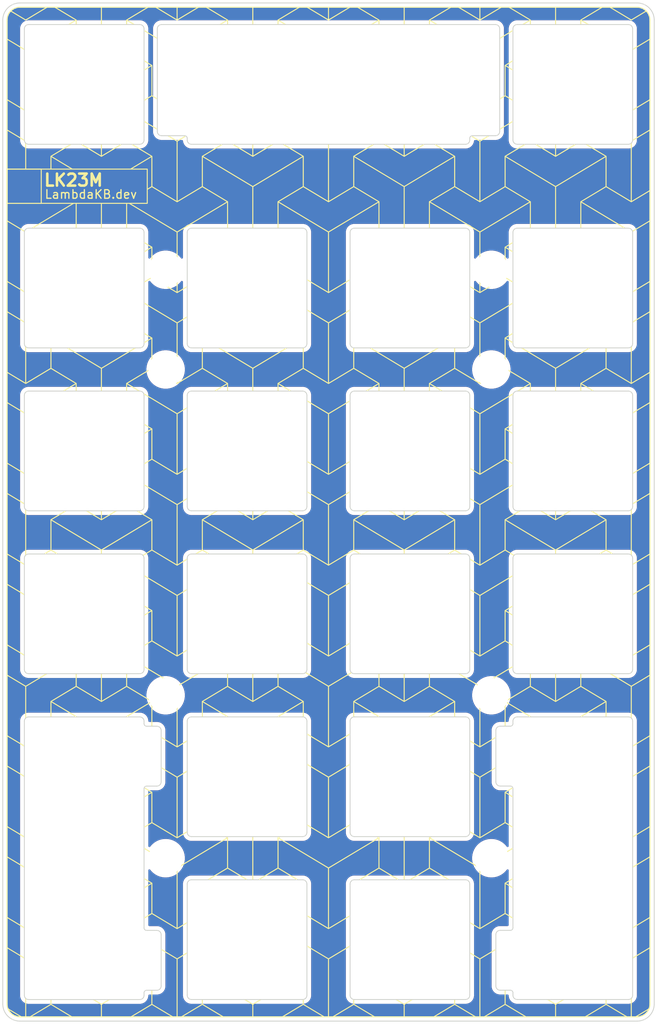
<source format=kicad_pcb>
(kicad_pcb (version 20241229) (generator "pcbnew") (generator_version "9.0")
  (title_block (company "LambdaKB.dev"))
  (layers (0 "F.Cu" signal) (2 "B.Cu" signal) (13 "F.Paste" user) (15 "B.Paste" user) (5 "F.SilkS" user "F.Silkscreen") (7 "B.SilkS" user "B.Silkscreen") (1 "F.Mask" user) (3 "B.Mask" user) (25 "Edge.Cuts" user))
  (net 0 "")
  (footprint "" (layer "F.Cu") (at 49.05 61.2)
    (property "Reference" "H1" (hide yes))
    (property "Value" "")
    (pad "" np_thru_hole circle (at 0 0) (size 4 3.6) (drill 4) (layers "*.Cu" "*.Mask"))
  )
  (footprint "" (layer "F.Cu") (at 87.15 72.8625)
    (property "Reference" "H2" (hide yes))
    (property "Value" "")
    (pad "" np_thru_hole circle (at 0 0) (size 4 3.6) (drill 4) (layers "*.Cu" "*.Mask"))
  )
  (footprint "" (layer "F.Cu") (at 87.15 110.9625)
    (property "Reference" "H4" (hide yes))
    (property "Value" "")
    (pad "" np_thru_hole circle (at 0 0) (size 4 3.6) (drill 4) (layers "*.Cu" "*.Mask"))
  )
  (footprint "" (layer "F.Cu") (at 49.05 130.0125)
    (property "Reference" "H3" (hide yes))
    (property "Value" "")
    (pad "" np_thru_hole circle (at 0 0) (size 4 3.6) (drill 4) (layers "*.Cu" "*.Mask"))
  )
  (footprint "" (layer "B.Cu") (at 87.15 61.2 180)
    (property "Reference" "H5" (hide yes))
    (property "Value" "")
    (pad "" np_thru_hole circle (at 0 0 180) (size 4 3.6) (drill 4) (layers "*.Cu" "*.Mask"))
  )
  (footprint "" (layer "B.Cu") (at 49.05 110.9625 180)
    (property "Reference" "H8" (hide yes))
    (property "Value" "")
    (pad "" np_thru_hole circle (at 0 0 180) (size 4 3.6) (drill 4) (layers "*.Cu" "*.Mask"))
  )
  (footprint "" (layer "B.Cu") (at 87.15 130.0125 180)
    (property "Reference" "H7" (hide yes))
    (property "Value" "")
    (pad "" np_thru_hole circle (at 0 0 180) (size 4 3.6) (drill 4) (layers "*.Cu" "*.Mask"))
  )
  (footprint "" (layer "B.Cu") (at 49.05 72.8625 180)
    (property "Reference" "H6" (hide yes))
    (property "Value" "")
    (pad "" np_thru_hole circle (at 0 0 180) (size 4 3.6) (drill 4) (layers "*.Cu" "*.Mask"))
  )
  (gr_poly (pts (xy 33.549943 56.3377) (xy 33.319466 56.3377) (xy 38.161548 53.431934) (xy 38.392025 53.431934)) (stroke (width -0.000001)) (fill yes) (layer "F.SilkS"))
  (gr_poly (pts (xy 50.392843 77.968937) (xy 51.575199 77.259419) (xy 51.575199 77.39843) (xy 50.451237 78.072289) (xy 50.451237 85.013985) (xy 51.575199 84.340126) (xy 51.575199 84.480167) (xy 50.390776 85.191235) (xy 47.441603 83.419766) (xy 47.439535 83.419766) (xy 46.525377 83.968571) (xy 46.525377 83.829559) (xy 47.380623 83.316414) (xy 47.380623 79.916103) (xy 46.525377 80.429253) (xy 46.525377 80.287659) (xy 47.324297 79.808617) (xy 46.525377 79.330093) (xy 46.525377 79.190567) (xy 47.46279 79.753841) (xy 47.470539 79.757458) (xy 47.471065 79.757965) (xy 47.471586 79.758479) (xy 47.4721 79.758999) (xy 47.472607 79.759525) (xy 47.473898 79.760195) (xy 47.475172 79.760895) (xy 47.476428 79.761626) (xy 47.477666 79.762388) (xy 47.478886 79.763179) (xy 47.480086 79.764) (xy 47.481266 79.76485) (xy 47.482426 79.765728) (xy 47.499996 79.775543) (xy 47.499996 79.808617) (xy 47.499996 79.809135) (xy 47.499996 79.80965) (xy 47.499996 79.810165) (xy 47.499996 79.810684) (xy 47.500051 79.811653) (xy 47.500091 79.812622) (xy 47.500114 79.813591) (xy 47.500122 79.81456) (xy 47.500114 79.815529) (xy 47.500091 79.816498) (xy 47.500051 79.817467) (xy 47.499996 79.818436) (xy 47.499996 83.316414) (xy 50.331863 85.015533) (xy 50.331863 78.072289) (xy 46.502642 75.775787) (xy 46.502125 75.774757) (xy 46.498754 75.761203) (xy 46.495084 75.747831) (xy 46.491111 75.734641) (xy 46.486832 75.721636) (xy 46.482241 75.708816) (xy 46.477336 75.696184) (xy 46.472112 75.683739) (xy 46.466566 75.671485) (xy 46.460694 75.659422) (xy 46.454493 75.647551) (xy 46.447957 75.635875) (xy 46.441084 75.624394) (xy 46.43387 75.61311) (xy 46.42631 75.602024) (xy 46.418401 75.591137) (xy 46.41014 75.580452) (xy 46.409623 75.578903)) (stroke (width -0.000001)) (fill yes) (layer "F.SilkS"))
  (gr_poly (pts (xy 103.576157 148.562561) (xy 103.456787 148.562561) (xy 103.456787 146.440727) (xy 103.459278 146.438895) (xy 103.461668 146.436967) (xy 103.463969 146.434956) (xy 103.466192 146.432873) (xy 103.468352 146.430731) (xy 103.470459 146.42854) (xy 103.474567 146.424064) (xy 103.478617 146.419538) (xy 103.482708 146.415058) (xy 103.4848 146.412866) (xy 103.486939 146.41072) (xy 103.489138 146.408633) (xy 103.491409 146.406616) (xy 103.49835 146.400521) (xy 103.505174 146.394301) (xy 103.511882 146.387955) (xy 103.51847 146.381488) (xy 103.524937 146.3749) (xy 103.531283 146.368193) (xy 103.537505 146.36137) (xy 103.543602 146.354431) (xy 103.545508 146.352303) (xy 103.547488 146.350252) (xy 103.549529 146.348264) (xy 103.551619 146.346327) (xy 103.555899 146.342554) (xy 103.560231 146.33883) (xy 103.56452 146.335054) (xy 103.566617 146.333114) (xy 103.568668 146.331123) (xy 103.570659 146.329067) (xy 103.572579 146.326935) (xy 103.574415 146.324713) (xy 103.576157 146.322388)) (stroke (width -0.000001)) (fill yes) (layer "F.SilkS"))
  (gr_poly (pts (xy 70.625198 87.219021) (xy 68.160233 88.697479) (xy 68.160233 95.638657) (xy 70.992104 93.941605) (xy 70.992104 90.433807) (xy 70.992104 90.400219) (xy 71.021557 90.382649) (xy 72.679337 89.387363) (xy 72.911365 89.387363) (xy 71.16832 90.433807) (xy 76.955048 93.906467) (xy 82.740223 90.433807) (xy 80.997177 89.387363) (xy 81.228687 89.387363) (xy 82.880783 90.379032) (xy 82.888535 90.382649) (xy 82.917988 90.400219) (xy 82.917988 90.433807) (xy 82.917988 90.434326) (xy 82.917988 90.434841) (xy 82.917988 90.43536) (xy 82.917988 93.941605) (xy 83.745331 94.437698) (xy 83.509167 94.437698) (xy 82.857529 94.047028) (xy 82.205372 94.437698) (xy 81.970242 94.437698) (xy 82.797066 93.941605) (xy 82.797066 90.541294) (xy 77.013439 94.009819) (xy 77.013439 94.437698) (xy 76.894585 94.437698) (xy 76.894585 94.009819) (xy 71.111477 90.541294) (xy 71.111477 93.941605) (xy 71.937782 94.437698) (xy 71.705753 94.437698) (xy 71.051014 94.044956) (xy 68.099773 95.816429) (xy 65.148533 94.047028) (xy 64.496891 94.437698) (xy 64.261246 94.437698) (xy 65.08807 93.941605) (xy 65.08807 90.541294) (xy 59.306511 94.009819) (xy 59.306511 94.437698) (xy 59.185589 94.437698) (xy 59.185589 94.009819) (xy 53.402477 90.541294) (xy 53.402477 93.941605) (xy 54.229301 94.437698) (xy 53.998306 94.437698) (xy 53.344084 94.044956) (xy 53.342016 94.044956) (xy 52.687794 94.437698) (xy 52.45525 94.437698) (xy 53.283106 93.941605) (xy 53.283106 90.433807) (xy 53.283106 90.400219) (xy 53.312561 90.382649) (xy 54.970341 89.387363) (xy 55.203402 89.387363) (xy 53.458805 90.433807) (xy 59.24605 93.9044) (xy 65.031227 90.433807) (xy 63.286629 89.387363) (xy 63.520721 89.387363) (xy 65.171783 90.379032) (xy 65.179539 90.382649) (xy 65.208992 90.400219) (xy 65.208992 90.433807) (xy 65.208992 93.941605) (xy 68.03931 95.638657) (xy 68.03931 88.697479) (xy 65.575378 87.219021) (xy 65.575378 87.076908) (xy 68.099773 88.591545) (xy 70.625198 87.076908)) (stroke (width -0.000001)) (fill yes) (layer "F.SilkS"))
  (gr_poly (pts (xy 47.499996 147.068603) (xy 49.98925 148.562042) (xy 49.758257 148.562042) (xy 47.439535 147.171951) (xy 45.123914 148.562042) (xy 44.887752 148.562042) (xy 47.380623 147.066528) (xy 47.380623 145.456291) (xy 47.499996 145.456291)) (stroke (width -0.000001)) (fill yes) (layer "F.SilkS"))
  (gr_arc (start 105.7 147.062) (mid 105.26066 148.12266) (end 104.2 148.562) (stroke (width 0.12)) (layer "F.SilkS"))
  (gr_poly (pts (xy 82.917988 147.069107) (xy 85.408276 148.562561) (xy 85.176251 148.562561) (xy 82.857529 147.17247) (xy 80.538807 148.562561) (xy 80.305744 148.562561) (xy 82.797066 147.069107) (xy 82.797066 146.53788) (xy 82.917988 146.53788)) (stroke (width -0.000001)) (fill yes) (layer "F.SilkS"))
  (gr_arc (start 30.5 32) (mid 30.93934 30.93934) (end 32 30.5) (stroke (width 0.12)) (layer "F.SilkS"))
  (gr_poly (pts (xy 76.95298 147.033974) (xy 77.7798 146.53788) (xy 78.009762 146.53788) (xy 77.013439 147.135262) (xy 77.013439 148.562561) (xy 76.894585 148.562561) (xy 76.894585 147.135262) (xy 75.898781 146.53788) (xy 76.126671 146.53788)) (stroke (width -0.000001)) (fill yes) (layer "F.SilkS"))
  (gr_poly (pts (xy 53.402477 147.06601) (xy 55.897415 148.562561) (xy 55.659187 148.562561) (xy 53.343567 147.17247) (xy 51.023811 148.562561) (xy 50.790751 148.562561) (xy 53.283106 147.069107) (xy 53.283106 146.53788) (xy 53.402477 146.53788)) (stroke (width -0.000001)) (fill yes) (layer "F.SilkS"))
  (gr_poly (pts (xy 91.771713 109.879135) (xy 94.603584 111.580322) (xy 94.603584 108.437363) (xy 94.722435 108.437363) (xy 94.722435 111.578255) (xy 97.554825 109.879135) (xy 97.554825 108.437363) (xy 97.673676 108.437363) (xy 97.673676 109.878616) (xy 100.587715 111.628899) (xy 100.595467 111.632515) (xy 100.624916 111.650604) (xy 100.624916 111.683678) (xy 100.624916 111.684189) (xy 100.624916 111.684708) (xy 100.624916 111.685226) (xy 100.624916 111.685745) (xy 100.624916 113.487701) (xy 100.506065 113.487701) (xy 100.506065 111.791161) (xy 97.677292 113.487701) (xy 97.445267 113.487701) (xy 100.449219 111.685745) (xy 100.449219 111.683678) (xy 97.613213 109.98455) (xy 94.661972 111.753952) (xy 91.710735 109.98455) (xy 88.876801 111.683678) (xy 91.883331 113.487701) (xy 91.649239 113.487701) (xy 88.820473 111.791161) (xy 88.820473 114.574455) (xy 88.699032 114.574455) (xy 88.699032 111.683678) (xy 88.699032 111.650604) (xy 88.728485 111.633034) (xy 91.65234 109.879135) (xy 91.65234 108.437363) (xy 91.771713 108.437363)) (stroke (width -0.000001)) (fill yes) (layer "F.SilkS"))
  (gr_poly (pts (xy 87.674805 140.739273) (xy 85.869228 141.822403) (xy 85.869228 148.562042) (xy 85.747791 148.562042) (xy 85.747791 141.822403) (xy 84.625378 141.149063) (xy 84.625378 141.010048) (xy 85.806702 141.719048) (xy 87.674805 140.59819)) (stroke (width -0.000001)) (fill yes) (layer "F.SilkS"))
  (gr_poly (pts (xy 81.441593 31.144405) (xy 80.021526 31.996033) (xy 80.90416 32.525199) (xy 80.670582 32.525199) (xy 79.96468 32.101453) (xy 79.96468 32.525199) (xy 79.845825 32.525199) (xy 79.845825 31.996033) (xy 79.845825 31.96296) (xy 79.863396 31.953141) (xy 79.874763 31.94539) (xy 82.282887 30.5) (xy 82.518013 30.5)) (stroke (width -0.000001)) (fill yes) (layer "F.SilkS"))
  (gr_poly (pts (xy 68.03931 31.888546) (xy 68.03931 30.5) (xy 68.160233 30.5) (xy 68.160233 31.888546) (xy 70.474304 30.5) (xy 70.709431 30.5) (xy 68.099773 32.066313) (xy 65.487011 30.5) (xy 65.72369 30.5)) (stroke (width -0.000001)) (fill yes) (layer "F.SilkS"))
  (gr_poly (pts (xy 105.699547 126.383034) (xy 103.675377 127.596397) (xy 103.675377 127.457909) (xy 105.699547 126.241959)) (stroke (width -0.000001)) (fill yes) (layer "F.SilkS"))
  (gr_poly (pts (xy 89.675198 33.287944) (xy 88.124905 34.218119) (xy 88.124905 34.077559) (xy 89.675198 33.1479)) (stroke (width -0.000001)) (fill yes) (layer "F.SilkS"))
  (gr_poly (pts (xy 32.525199 88.498528) (xy 32.525199 88.639088) (xy 30.5 87.424175) (xy 30.5 87.283096)) (stroke (width -0.000001)) (fill yes) (layer "F.SilkS"))
  (gr_poly (pts (xy 32.525199 116.832199) (xy 32.525199 116.971207) (xy 30.5 115.756813) (xy 30.5 115.616768)) (stroke (width -0.000001)) (fill yes) (layer "F.SilkS"))
  (gr_poly (pts (xy 105.699547 83.883305) (xy 103.675377 85.096668) (xy 103.675377 84.956108) (xy 105.699547 83.741711)) (stroke (width -0.000001)) (fill yes) (layer "F.SilkS"))
  (gr_poly (pts (xy 76.894585 90.326321) (xy 76.894585 89.387363) (xy 77.013439 89.387363) (xy 77.013439 90.328388) (xy 78.581821 89.387363) (xy 78.814365 89.387363) (xy 76.955048 90.504089) (xy 75.094692 89.387363) (xy 75.32827 89.387363)) (stroke (width -0.000001)) (fill yes) (layer "F.SilkS"))
  (gr_poly (pts (xy 80.023594 127.621201) (xy 85.808769 131.091789) (xy 89.675198 128.772041) (xy 89.675198 128.914665) (xy 85.869228 131.197212) (xy 85.869228 138.140968) (xy 88.699032 136.441338) (xy 88.699032 132.93354) (xy 88.699032 132.900467) (xy 88.728485 132.882896) (xy 89.675198 132.314972) (xy 89.675198 132.456574) (xy 88.876801 132.935608) (xy 89.675198 133.41465) (xy 89.675198 133.553658) (xy 88.820473 133.041031) (xy 88.820473 136.441849) (xy 89.675198 136.955002) (xy 89.675198 137.095558) (xy 88.76001 136.546761) (xy 85.808769 138.316673) (xy 84.625378 137.607163) (xy 84.625378 137.466598) (xy 85.747791 138.140968) (xy 85.747791 131.197212) (xy 79.96468 127.728691) (xy 79.96468 131.128998) (xy 82.31234 132.537697) (xy 82.079796 132.537697) (xy 79.906288 131.234421) (xy 77.732258 132.537697) (xy 77.500233 132.537697) (xy 79.845825 131.128998) (xy 79.845825 127.621201) (xy 79.845825 127.588135) (xy 79.874763 127.570564) (xy 80.013256 127.487366) (xy 80.246834 127.487366)) (stroke (width -0.000001)) (fill yes) (layer "F.SilkS"))
  (gr_poly (pts (xy 105.699547 66.172756) (xy 103.675377 67.387672) (xy 103.675377 67.247112) (xy 105.699547 66.032715)) (stroke (width -0.000001)) (fill yes) (layer "F.SilkS"))
  (gr_poly (pts (xy 32.525199 130.998779) (xy 32.525199 131.138817) (xy 30.5 129.923904) (xy 30.5 129.784378)) (stroke (width -0.000001)) (fill yes) (layer "F.SilkS"))
  (gr_poly (pts (xy 89.675198 97.039604) (xy 85.869228 99.322159) (xy 85.869228 106.265915) (xy 88.699032 104.566277) (xy 88.699032 101.058487) (xy 88.699032 101.025414) (xy 88.728485 101.007843) (xy 89.675198 100.439919) (xy 89.675198 100.579445) (xy 88.876801 101.058487) (xy 89.675198 101.537521) (xy 89.675198 101.678604) (xy 88.820473 101.16597) (xy 88.820473 104.566277) (xy 89.675198 105.07943) (xy 89.675198 105.221024) (xy 88.76001 104.672218) (xy 85.808769 106.44162) (xy 84.625378 105.732101) (xy 84.625378 105.591538) (xy 85.747791 106.265915) (xy 85.747791 99.322159) (xy 84.625378 98.648811) (xy 84.625378 98.506699) (xy 85.808769 99.216736) (xy 89.675198 96.89698)) (stroke (width -0.000001)) (fill yes) (layer "F.SilkS"))
  (gr_poly (pts (xy 89.675198 36.828296) (xy 88.875248 37.30837) (xy 89.675198 37.788444) (xy 89.675198 37.927454) (xy 88.820473 37.414307) (xy 88.820473 40.816166) (xy 89.675198 41.329313) (xy 89.675198 41.469873) (xy 88.76001 40.922103) (xy 88.124905 41.302958) (xy 88.124905 41.160331) (xy 88.699032 40.816166) (xy 88.699032 37.30837) (xy 88.699032 37.275297) (xy 88.716602 37.265479) (xy 88.728485 37.257727) (xy 89.675198 36.689286)) (stroke (width -0.000001)) (fill yes) (layer "F.SilkS"))
  (gr_poly (pts (xy 89.675198 65.162998) (xy 85.869228 67.447098) (xy 85.869228 74.388794) (xy 88.699032 72.691223) (xy 88.699032 69.183426) (xy 88.699032 69.150352) (xy 88.716602 69.140533) (xy 88.728485 69.132786) (xy 89.675198 68.564861) (xy 89.675198 68.704388) (xy 88.876801 69.183426) (xy 89.675198 69.662468) (xy 89.675198 69.802509) (xy 88.820473 69.289364) (xy 88.820473 72.691223) (xy 91.734505 74.441505) (xy 91.742256 74.445122) (xy 91.742783 74.445629) (xy 91.743303 74.446143) (xy 91.743817 74.446663) (xy 91.744324 74.447189) (xy 91.745608 74.447797) (xy 91.746877 74.448434) (xy 91.748131 74.449101) (xy 91.749368 74.449798) (xy 91.750588 74.450524) (xy 91.751791 74.451279) (xy 91.752976 74.452062) (xy 91.754143 74.452873) (xy 91.771713 74.462692) (xy 91.771713 74.48801) (xy 91.771748 74.488785) (xy 91.771773 74.48956) (xy 91.771788 74.490336) (xy 91.771793 74.491112) (xy 91.771788 74.491888) (xy 91.771773 74.492664) (xy 91.771748 74.493439) (xy 91.771713 74.494213) (xy 91.771713 74.494728) (xy 91.771713 74.495247) (xy 91.771713 74.495766) (xy 91.771713 74.496281) (xy 91.771801 74.497507) (xy 91.771863 74.498734) (xy 91.771901 74.499962) (xy 91.771914 74.50119) (xy 91.771901 74.502418) (xy 91.771863 74.503646) (xy 91.771801 74.504873) (xy 91.771713 74.5061) (xy 91.771713 75.387699) (xy 91.65234 75.387699) (xy 91.65234 74.603767) (xy 90.345444 75.387699) (xy 90.174911 75.387699) (xy 90.168315 75.387849) (xy 90.161814 75.38828) (xy 90.155398 75.388964) (xy 90.149057 75.389872) (xy 90.142781 75.390975) (xy 90.13656 75.392245) (xy 90.124244 75.395172) (xy 90.099832 75.401774) (xy 90.087574 75.404993) (xy 90.075176 75.407852) (xy 91.593945 74.496281) (xy 90.212635 73.667908) (xy 88.76001 72.797161) (xy 85.808769 74.566563) (xy 82.857529 72.797161) (xy 81.404385 73.667908) (xy 80.023594 74.496281) (xy 81.509289 75.387699) (xy 81.27158 75.387699) (xy 79.96468 74.603767) (xy 79.96468 75.387699) (xy 79.845825 75.387699) (xy 79.845825 74.496281) (xy 79.845825 74.463207) (xy 79.863396 74.453388) (xy 79.874763 74.445637) (xy 82.797066 72.691738) (xy 82.797066 70.33736) (xy 82.917988 70.33736) (xy 82.917988 72.691223) (xy 85.747791 74.388794) (xy 85.747791 67.447098) (xy 84.625378 66.773754) (xy 84.625378 66.631645) (xy 85.808769 67.341679) (xy 89.675198 65.021923)) (stroke (width -0.000001)) (fill yes) (layer "F.SilkS"))
  (gr_poly (pts (xy 70.998564 146.512731) (xy 71.005067 146.51431) (xy 71.011611 146.515766) (xy 71.018191 146.517117) (xy 71.031448 146.519583) (xy 71.044811 146.521858) (xy 71.07754 146.530401) (xy 71.085824 146.532228) (xy 71.090005 146.533023) (xy 71.094218 146.533722) (xy 71.098467 146.534312) (xy 71.102757 146.534779) (xy 71.107092 146.535111) (xy 71.111477 146.535294) (xy 71.111477 147.068603) (xy 73.60228 148.562561) (xy 73.370769 148.562561) (xy 71.051014 147.17247) (xy 68.732292 148.562561) (xy 68.499748 148.562561) (xy 70.992104 147.067047) (xy 70.992104 146.511009)) (stroke (width -0.000001)) (fill yes) (layer "F.SilkS"))
  (gr_poly (pts (xy 89.782977 75.588201) (xy 89.774866 75.599273) (xy 89.767129 75.610563) (xy 89.75976 75.622068) (xy 89.752755 75.633786) (xy 89.746106 75.645712) (xy 89.739809 75.657844) (xy 89.733856 75.670179) (xy 89.728242 75.682713) (xy 89.722961 75.695445) (xy 89.718007 75.708369) (xy 89.713375 75.721484) (xy 89.709058 75.734787) (xy 89.705049 75.748274) (xy 89.701344 75.761941) (xy 89.697937 75.775787) (xy 89.697931 75.775809) (xy 89.697923 75.77583) (xy 89.697913 75.775849) (xy 89.697902 75.775868) (xy 89.697889 75.775886) (xy 89.697874 75.775903) (xy 89.697858 75.77592) (xy 89.697841 75.775936) (xy 89.697824 75.775951) (xy 89.697804 75.775966) (xy 89.697764 75.775994) (xy 89.697722 75.776021) (xy 89.697679 75.776048) (xy 89.697636 75.776075) (xy 89.697593 75.776102) (xy 89.697553 75.77613) (xy 89.697516 75.77616) (xy 89.697499 75.776176) (xy 89.697483 75.776192) (xy 89.697468 75.776209) (xy 89.697455 75.776227) (xy 89.697443 75.776245) (xy 89.697433 75.776265) (xy 89.697425 75.776285) (xy 89.697418 75.776306) (xy 85.869228 78.072289) (xy 85.869228 85.013985) (xy 88.699032 83.316414) (xy 88.699032 79.808617) (xy 88.699032 79.775543) (xy 88.716602 79.765728) (xy 88.728485 79.757977) (xy 89.675198 79.190052) (xy 89.675198 79.329578) (xy 88.876801 79.808617) (xy 89.675198 80.287659) (xy 89.675198 80.428734) (xy 88.820473 79.916103) (xy 88.820473 83.316414) (xy 89.675198 83.829559) (xy 89.675198 83.970638) (xy 88.76001 83.421833) (xy 85.808769 85.191235) (xy 84.625378 84.481716) (xy 84.625378 84.340126) (xy 85.747791 85.01347) (xy 85.747791 78.072289) (xy 84.625378 77.398945) (xy 84.625378 77.256836) (xy 85.808769 77.966869) (xy 89.79147 75.577351)) (stroke (width -0.000001)) (fill yes) (layer "F.SilkS"))
  (gr_poly (pts (xy 85.747791 31.888546) (xy 85.747791 30.5) (xy 85.869228 30.5) (xy 85.869228 31.888546) (xy 88.184853 30.5) (xy 88.421528 30.5) (xy 85.808769 32.066313) (xy 83.196007 30.5) (xy 83.432171 30.5)) (stroke (width -0.000001)) (fill yes) (layer "F.SilkS"))
  (gr_poly (pts (xy 103.576157 74.390861) (xy 105.699547 73.11652) (xy 105.699547 73.258114) (xy 103.517761 74.566563) (xy 100.566521 72.795094) (xy 97.730522 74.496281) (xy 99.216736 75.387699) (xy 98.980576 75.387699) (xy 97.673676 74.603767) (xy 97.673676 75.387699) (xy 97.554825 75.387699) (xy 97.554825 74.496281) (xy 97.554825 74.463207) (xy 97.572395 74.453388) (xy 97.583763 74.445637) (xy 100.506065 72.691738) (xy 100.506065 70.33736) (xy 100.624916 70.33736) (xy 100.624916 72.691223) (xy 103.456787 74.388794) (xy 103.456787 70.240212) (xy 103.457306 70.239693) (xy 103.465899 70.23353) (xy 103.474315 70.227231) (xy 103.482558 70.220791) (xy 103.490631 70.214207) (xy 103.498535 70.207477) (xy 103.506273 70.200597) (xy 103.513848 70.193565) (xy 103.521263 70.186377) (xy 103.52852 70.179031) (xy 103.535623 70.171523) (xy 103.542572 70.16385) (xy 103.549372 70.156009) (xy 103.556025 70.147997) (xy 103.562533 70.139811) (xy 103.568899 70.131449) (xy 103.575127 70.122906) (xy 103.57518 70.122834) (xy 103.575239 70.122765) (xy 103.5753 70.122698) (xy 103.575365 70.122633) (xy 103.575432 70.12257) (xy 103.575501 70.122509) (xy 103.575642 70.122387) (xy 103.575782 70.122266) (xy 103.575851 70.122205) (xy 103.575918 70.122142) (xy 103.575983 70.122078) (xy 103.576045 70.122012) (xy 103.576103 70.121943) (xy 103.576157 70.121872)) (stroke (width -0.000001)) (fill yes) (layer "F.SilkS"))
  (gr_poly (pts (xy 38.587878 31.92782) (xy 38.609583 31.941256) (xy 38.617334 31.94539) (xy 38.61773 31.9459) (xy 38.61812 31.946415) (xy 38.618505 31.946934) (xy 38.618884 31.947457) (xy 38.620169 31.948065) (xy 38.621438 31.948702) (xy 38.622691 31.94937) (xy 38.623928 31.950066) (xy 38.625149 31.950792) (xy 38.626351 31.951547) (xy 38.627536 31.95233) (xy 38.628703 31.953141) (xy 38.646273 31.96296) (xy 38.646273 31.996033) (xy 38.646273 32.525199) (xy 38.52535 32.525199) (xy 38.52535 32.101453) (xy 37.81945 32.525199) (xy 37.588973 32.525199) (xy 38.470573 31.996033) (xy 35.976668 30.5) (xy 36.209212 30.5)) (stroke (width -0.000001)) (fill yes) (layer "F.SilkS"))
  (gr_poly (pts (xy 94.603584 47.82814) (xy 94.603584 46.524862) (xy 94.722435 46.524862) (xy 94.722435 47.826075) (xy 96.894394 46.524862) (xy 97.125908 46.524862) (xy 94.661972 48.003841) (xy 92.198044 46.524862) (xy 92.431622 46.524862)) (stroke (width -0.000001)) (fill yes) (layer "F.SilkS"))
  (gr_poly (pts (xy 32.525199 67.248661) (xy 32.525199 67.388702) (xy 30.5 66.173275) (xy 30.5 66.033234)) (stroke (width -0.000001)) (fill yes) (layer "F.SilkS"))
  (gr_poly (pts (xy 32.525199 138.082581) (xy 32.525199 138.221588) (xy 30.5 137.007187) (xy 30.5 136.866631)) (stroke (width -0.000001)) (fill yes) (layer "F.SilkS"))
  (gr_poly (pts (xy 50.331863 31.890613) (xy 50.331863 30.5) (xy 50.451237 30.5) (xy 50.451237 31.888546) (xy 52.768408 30.5) (xy 53.001469 30.5) (xy 50.390776 32.066313) (xy 47.781116 30.5) (xy 48.014175 30.5)) (stroke (width -0.000001)) (fill yes) (layer "F.SilkS"))
  (gr_poly (pts (xy 50.392843 67.343746) (xy 51.575199 66.634228) (xy 51.575199 66.77272) (xy 50.451237 67.447098) (xy 50.451237 74.388794) (xy 53.283106 72.691223) (xy 53.283106 70.33736) (xy 53.402477 70.33736) (xy 53.402477 72.691223) (xy 56.32633 74.445122) (xy 56.327881 74.447189) (xy 56.328966 74.447823) (xy 56.330036 74.448479) (xy 56.331093 74.449158) (xy 56.332134 74.449858) (xy 56.333161 74.45058) (xy 56.334173 74.451324) (xy 56.335169 74.452088) (xy 56.336149 74.452873) (xy 56.35372 74.462692) (xy 56.35372 74.482326) (xy 56.353755 74.483102) (xy 56.35378 74.483877) (xy 56.353795 74.484653) (xy 56.3538 74.485428) (xy 56.353795 74.486203) (xy 56.35378 74.486979) (xy 56.353755 74.487754) (xy 56.35372 74.488529) (xy 56.353775 74.489498) (xy 56.353814 74.490467) (xy 56.353838 74.491436) (xy 56.353846 74.492405) (xy 56.353838 74.493374) (xy 56.353814 74.494343) (xy 56.353775 74.495312) (xy 56.35372 74.496281) (xy 56.353808 74.497507) (xy 56.353871 74.498734) (xy 56.353909 74.499962) (xy 56.353921 74.50119) (xy 56.353909 74.502418) (xy 56.353871 74.503646) (xy 56.353808 74.504873) (xy 56.35372 74.5061) (xy 56.353749 74.50681) (xy 56.35377 74.50752) (xy 56.353783 74.508231) (xy 56.353787 74.508942) (xy 56.353783 74.509653) (xy 56.35377 74.510363) (xy 56.353749 74.511074) (xy 56.35372 74.511784) (xy 56.35372 75.387699) (xy 56.234346 75.387699) (xy 56.234346 74.603767) (xy 54.92745 75.387699) (xy 54.692839 75.387699) (xy 56.178019 74.496281) (xy 53.344084 72.795094) (xy 53.342016 72.795094) (xy 50.390776 74.566563) (xy 47.441603 72.795094) (xy 47.439535 72.795094) (xy 44.605599 74.496281) (xy 46.123853 75.407852) (xy 46.111572 75.405031) (xy 46.099438 75.401831) (xy 46.075284 75.395222) (xy 46.063101 75.39228) (xy 46.056947 75.391002) (xy 46.050739 75.38989) (xy 46.044465 75.388976) (xy 46.038116 75.388286) (xy 46.031682 75.387851) (xy 46.025151 75.387699) (xy 45.855652 75.387699) (xy 44.548755 74.603767) (xy 44.548755 75.387699) (xy 44.427832 75.387699) (xy 44.427832 74.496281) (xy 44.427832 74.463207) (xy 44.445402 74.453388) (xy 44.457288 74.445637) (xy 47.380623 72.691738) (xy 47.380623 69.289364) (xy 46.525377 69.802509) (xy 46.525377 69.662983) (xy 47.324297 69.183945) (xy 46.525377 68.704903) (xy 46.525377 68.565895) (xy 47.46279 69.128651) (xy 47.470539 69.13279) (xy 47.471065 69.133296) (xy 47.471586 69.133808) (xy 47.4721 69.134326) (xy 47.472607 69.134849) (xy 47.473891 69.135457) (xy 47.47516 69.136094) (xy 47.476414 69.136762) (xy 47.477651 69.137458) (xy 47.478871 69.138184) (xy 47.480074 69.138939) (xy 47.481259 69.139722) (xy 47.482426 69.140533) (xy 47.499996 69.150352) (xy 47.499996 69.183426) (xy 47.499996 69.183945) (xy 47.499996 69.18446) (xy 47.499996 69.184975) (xy 47.499996 69.185493) (xy 47.500051 69.186462) (xy 47.500091 69.187431) (xy 47.500114 69.1884) (xy 47.500122 69.189369) (xy 47.500114 69.190338) (xy 47.500091 69.191307) (xy 47.500051 69.192276) (xy 47.499996 69.193245) (xy 47.499996 72.691223) (xy 50.331863 74.390861) (xy 50.331863 67.447098) (xy 46.525377 65.162483) (xy 46.525377 65.022957)) (stroke (width -0.000001)) (fill yes) (layer "F.SilkS"))
  (gr_poly (pts (xy 38.646273 56.3377) (xy 38.52535 56.3377) (xy 38.52535 53.431934) (xy 38.646273 53.431934)) (stroke (width -0.000001)) (fill yes) (layer "F.SilkS"))
  (gr_line (start 30.5 147.062) (end 30.5 32) (stroke (width 0.12)) (layer "F.SilkS"))
  (gr_poly (pts (xy 50.392326 46.09388) (xy 51.271341 45.566264) (xy 51.286049 45.573763) (xy 51.30049 45.581736) (xy 51.314653 45.590176) (xy 51.328525 45.599076) (xy 51.342097 45.608429) (xy 51.355357 45.618227) (xy 51.368294 45.628462) (xy 51.380896 45.639128) (xy 50.451237 46.197233) (xy 50.451237 53.138927) (xy 53.283106 51.441357) (xy 53.283106 47.933561) (xy 53.283106 47.900488) (xy 53.300674 47.890671) (xy 53.312561 47.882917) (xy 55.574955 46.524862) (xy 55.805431 46.524862) (xy 53.457254 47.933561) (xy 59.24605 51.40415) (xy 65.033295 47.933561) (xy 62.682014 46.524862) (xy 62.91766 46.524862) (xy 65.167652 47.876717) (xy 65.168177 47.876957) (xy 65.1687 47.877203) (xy 65.16922 47.877454) (xy 65.169738 47.87771) (xy 65.170253 47.877971) (xy 65.170766 47.878237) (xy 65.171276 47.878508) (xy 65.171783 47.878784) (xy 65.179543 47.882917) (xy 65.180065 47.883297) (xy 65.180582 47.883681) (xy 65.181096 47.884072) (xy 65.181602 47.884468) (xy 65.182894 47.885138) (xy 65.184169 47.885839) (xy 65.185425 47.88657) (xy 65.186664 47.887331) (xy 65.187883 47.888122) (xy 65.189083 47.888943) (xy 65.190262 47.889792) (xy 65.191421 47.890671) (xy 65.208992 47.900488) (xy 65.208992 47.933561) (xy 65.208992 47.93408) (xy 65.208992 47.934595) (xy 65.208992 47.93511) (xy 65.208992 47.935629) (xy 65.208992 51.441357) (xy 68.03931 53.138927) (xy 68.03931 46.524862) (xy 68.160233 46.524862) (xy 68.160233 53.138927) (xy 70.992104 51.441357) (xy 70.992104 47.933561) (xy 70.992104 47.900488) (xy 71.00967 47.890671) (xy 71.021557 47.882917) (xy 73.283951 46.524862) (xy 73.514427 46.524862) (xy 71.166252 47.933561) (xy 76.955048 51.406218) (xy 82.742291 47.933561) (xy 80.394112 46.524862) (xy 80.624588 46.524862) (xy 82.880783 47.878784) (xy 82.888535 47.882917) (xy 82.889061 47.883424) (xy 82.889581 47.883938) (xy 82.890093 47.884459) (xy 82.890598 47.884985) (xy 82.891882 47.885593) (xy 82.893151 47.886231) (xy 82.894404 47.886899) (xy 82.895641 47.887595) (xy 82.896861 47.888321) (xy 82.898064 47.889076) (xy 82.89925 47.889859) (xy 82.900417 47.890671) (xy 82.917988 47.900488) (xy 82.917988 47.933561) (xy 82.917988 51.441357) (xy 85.747791 53.138927) (xy 85.747791 46.197233) (xy 84.830021 45.646879) (xy 84.846494 45.637337) (xy 84.8633 45.628439) (xy 84.88042 45.620192) (xy 84.897834 45.612604) (xy 84.915524 45.605683) (xy 84.93347 45.599437) (xy 84.951655 45.593873) (xy 84.970058 45.589001) (xy 85.808769 46.091813) (xy 86.753929 45.524923) (xy 86.989574 45.524923) (xy 85.869228 46.197233) (xy 85.869228 53.138927) (xy 88.699032 51.441357) (xy 88.699032 47.933561) (xy 88.699032 47.900488) (xy 88.716602 47.890671) (xy 88.728485 47.882917) (xy 90.992432 46.524862) (xy 91.223427 46.524862) (xy 88.875248 47.933561) (xy 94.66404 51.406218) (xy 100.451286 47.933561) (xy 98.103111 46.524862) (xy 98.333588 46.524862) (xy 100.587715 47.878784) (xy 100.595467 47.882401) (xy 100.59599 47.882907) (xy 100.596508 47.883421) (xy 100.59702 47.883941) (xy 100.597527 47.884468) (xy 100.598817 47.885138) (xy 100.600091 47.885839) (xy 100.601347 47.88657) (xy 100.602585 47.887331) (xy 100.603804 47.888122) (xy 100.605005 47.888943) (xy 100.606185 47.889792) (xy 100.607346 47.890671) (xy 100.624916 47.900488) (xy 100.624916 47.92581) (xy 100.624946 47.92652) (xy 100.624968 47.927231) (xy 100.62498 47.927941) (xy 100.624985 47.928652) (xy 100.62498 47.929362) (xy 100.624968 47.930073) (xy 100.624946 47.930783) (xy 100.624916 47.931494) (xy 100.624916 47.932013) (xy 100.624916 47.932528) (xy 100.624916 47.933046) (xy 100.624916 47.933561) (xy 100.625004 47.934787) (xy 100.625066 47.936014) (xy 100.625104 47.937242) (xy 100.625116 47.938471) (xy 100.625104 47.939699) (xy 100.625066 47.940927) (xy 100.625004 47.942154) (xy 100.624916 47.94338) (xy 100.624916 51.441357) (xy 103.456787 53.138927) (xy 103.456787 46.42771) (xy 103.457306 46.427193) (xy 103.465899 46.421031) (xy 103.474315 46.414731) (xy 103.482558 46.408291) (xy 103.490631 46.401708) (xy 103.498535 46.394978) (xy 103.506273 46.388098) (xy 103.513848 46.381066) (xy 103.521263 46.373878) (xy 103.52852 46.366531) (xy 103.535623 46.359023) (xy 103.542572 46.35135) (xy 103.549372 46.343509) (xy 103.556025 46.335496) (xy 103.562533 46.32731) (xy 103.568899 46.318947) (xy 103.575127 46.310404) (xy 103.576157 46.309371) (xy 103.576157 53.140478) (xy 105.699547 51.866653) (xy 105.699547 52.008247) (xy 103.517761 53.316694) (xy 100.566521 51.545227) (xy 100.564461 51.545227) (xy 97.728455 53.246414) (xy 102.885246 56.3377) (xy 102.649086 56.3377) (xy 97.673676 53.351835) (xy 97.673676 56.3377) (xy 97.554825 56.3377) (xy 97.554825 53.246414) (xy 97.554825 53.212826) (xy 97.572395 53.203007) (xy 97.583763 53.195255) (xy 100.506065 51.441357) (xy 100.506065 48.038981) (xy 94.722435 51.510086) (xy 94.722435 56.3377) (xy 94.603584 56.3377) (xy 94.603584 51.510086) (xy 88.820473 48.038981) (xy 88.820473 51.441357) (xy 91.734505 53.19112) (xy 91.742256 53.195255) (xy 91.742783 53.195762) (xy 91.743303 53.196276) (xy 91.743817 53.196797) (xy 91.744324 53.197323) (xy 91.745608 53.19793) (xy 91.746877 53.198568) (xy 91.748131 53.199235) (xy 91.749368 53.199932) (xy 91.750588 53.200657) (xy 91.751791 53.201412) (xy 91.752976 53.202195) (xy 91.754143 53.203007) (xy 91.771713 53.212826) (xy 91.771713 53.245897) (xy 91.771713 53.246416) (xy 91.771713 53.246931) (xy 91.771713 53.24745) (xy 91.771713 53.247965) (xy 91.771768 53.248933) (xy 91.771808 53.249902) (xy 91.771831 53.250871) (xy 91.771839 53.251841) (xy 91.771831 53.25281) (xy 91.771808 53.253779) (xy 91.771768 53.254748) (xy 91.771713 53.255716) (xy 91.771713 56.3377) (xy 91.65234 56.3377) (xy 91.65234 53.351835) (xy 85.869228 56.822424) (xy 85.869228 63.763603) (xy 88.699032 62.066549) (xy 88.699032 58.558752) (xy 88.699032 58.525681) (xy 88.716602 58.515862) (xy 88.728485 58.50811) (xy 89.675198 57.940186) (xy 89.675198 58.078678) (xy 88.875248 58.558752) (xy 89.675198 59.038826) (xy 89.675198 59.177319) (xy 88.820473 58.664171) (xy 88.820473 62.066549) (xy 89.675198 62.579697) (xy 89.675198 62.720772) (xy 88.76001 62.171969) (xy 85.808769 63.941368) (xy 84.625378 63.231853) (xy 84.625378 63.09026) (xy 85.747791 63.763603) (xy 85.747791 56.822424) (xy 79.96468 53.351835) (xy 79.96468 56.3377) (xy 79.845825 56.3377) (xy 79.845825 53.246414) (xy 80.021526 53.246414) (xy 85.808769 56.717005) (xy 91.595497 53.246414) (xy 90.175945 52.394789) (xy 88.76001 51.546778) (xy 85.808769 53.316694) (xy 82.857529 51.546778) (xy 81.441593 52.394789) (xy 80.021526 53.246414) (xy 79.845825 53.246414) (xy 79.845825 53.212826) (xy 79.863396 53.203007) (xy 79.874763 53.195255) (xy 82.797066 51.441357) (xy 82.797066 48.038981) (xy 77.013439 51.510086) (xy 77.013439 56.3377) (xy 76.894585 56.3377) (xy 76.894585 51.510086) (xy 71.111477 48.038981) (xy 71.111477 51.441357) (xy 74.025509 53.19112) (xy 74.03326 53.195255) (xy 74.033787 53.195762) (xy 74.034307 53.196276) (xy 74.034821 53.196797) (xy 74.035328 53.197323) (xy 74.036612 53.19793) (xy 74.037881 53.198568) (xy 74.039135 53.199235) (xy 74.040372 53.199932) (xy 74.041592 53.200657) (xy 74.042795 53.201412) (xy 74.04398 53.202195) (xy 74.045147 53.203007) (xy 74.062717 53.212826) (xy 74.062717 53.23815) (xy 74.062753 53.238924) (xy 74.062778 53.239699) (xy 74.062793 53.240474) (xy 74.062797 53.241249) (xy 74.062793 53.242024) (xy 74.062778 53.242799) (xy 74.062753 53.243574) (xy 74.062717 53.244349) (xy 74.062717 53.244867) (xy 74.062717 53.245382) (xy 74.062717 53.245897) (xy 74.062717 53.246416) (xy 74.062717 53.246931) (xy 74.062717 53.24745) (xy 74.062717 53.247965) (xy 74.062717 56.3377) (xy 73.943344 56.3377) (xy 73.943344 53.351835) (xy 68.160233 56.822424) (xy 68.160233 63.763603) (xy 70.625198 62.286175) (xy 70.625198 62.425699) (xy 68.099773 63.941368) (xy 65.575378 62.427767) (xy 65.575378 62.286175) (xy 68.03931 63.763603) (xy 68.03931 56.822424) (xy 62.257751 53.351835) (xy 62.257751 56.3377) (xy 62.136829 56.3377) (xy 62.136829 53.246414) (xy 62.312529 53.246414) (xy 68.099773 56.717005) (xy 73.888565 53.246414) (xy 71.052563 51.545227) (xy 71.051014 51.545227) (xy 68.099773 53.316694) (xy 65.148533 51.546778) (xy 62.312529 53.246414) (xy 62.136829 53.246414) (xy 62.136829 53.212826) (xy 62.1544 53.203007) (xy 62.165768 53.195255) (xy 65.08807 51.441357) (xy 65.08807 48.038981) (xy 59.306511 51.510086) (xy 59.306511 56.3377) (xy 59.185589 56.3377) (xy 59.185589 51.510086) (xy 53.402477 48.038981) (xy 53.402477 51.441357) (xy 56.32633 53.195255) (xy 56.327881 53.197323) (xy 56.328966 53.197957) (xy 56.330036 53.198613) (xy 56.331093 53.199292) (xy 56.332134 53.199992) (xy 56.333161 53.200714) (xy 56.334173 53.201457) (xy 56.335169 53.202221) (xy 56.336149 53.203007) (xy 56.35372 53.212826) (xy 56.35372 53.245897) (xy 56.35372 53.246416) (xy 56.35372 53.246931) (xy 56.35372 53.24745) (xy 56.35372 53.247965) (xy 56.35372 56.3377) (xy 56.234346 56.3377) (xy 56.234346 53.351835) (xy 50.451237 56.822424) (xy 50.451237 63.763603) (xy 51.575199 63.09026) (xy 51.575199 63.230301) (xy 50.390776 63.941368) (xy 47.441603 62.169903) (xy 47.439535 62.169903) (xy 46.525377 62.718704) (xy 46.525377 62.579697) (xy 47.380623 62.066549) (xy 47.380623 58.664171) (xy 46.525377 59.177319) (xy 46.525377 59.038826) (xy 47.326363 58.558752) (xy 46.525377 58.079195) (xy 46.525377 57.940702) (xy 47.46279 58.503975) (xy 47.470539 58.507593) (xy 47.471065 58.5081) (xy 47.471586 58.508614) (xy 47.4721 58.509134) (xy 47.472607 58.509661) (xy 47.473891 58.510268) (xy 47.47516 58.510906) (xy 47.476414 58.511573) (xy 47.477651 58.512269) (xy 47.478871 58.512995) (xy 47.480074 58.51375) (xy 47.481259 58.514533) (xy 47.482426 58.515345) (xy 47.499996 58.525164) (xy 47.499996 58.558752) (xy 47.499996 58.559271) (xy 47.499996 58.559786) (xy 47.499996 58.560303) (xy 47.499996 62.066549) (xy 50.331863 63.765671) (xy 50.331863 56.822424) (xy 44.68208 53.431934) (xy 44.912557 53.431934) (xy 50.392326 56.71907) (xy 56.179569 53.246414) (xy 53.343567 51.545227) (xy 50.390776 53.316694) (xy 47.439535 51.545227) (xy 46.900034 51.868723) (xy 46.900034 51.729712) (xy 47.380623 51.441357) (xy 47.380623 48.038981) (xy 45.061385 49.431145) (xy 44.828324 49.431145) (xy 47.326363 47.933561) (xy 44.973535 46.524862) (xy 45.208663 46.524862) (xy 47.46279 47.878784) (xy 47.470539 47.882401) (xy 47.471065 47.882907) (xy 47.471586 47.883421) (xy 47.4721 47.883941) (xy 47.472607 47.884468) (xy 47.473898 47.885138) (xy 47.475172 47.885839) (xy 47.476428 47.88657) (xy 47.477666 47.887331) (xy 47.478886 47.888122) (xy 47.480086 47.888943) (xy 47.481266 47.889792) (xy 47.482426 47.890671) (xy 47.499996 47.900488) (xy 47.499996 47.933561) (xy 47.499996 47.93408) (xy 47.499996 47.934595) (xy 47.499996 47.93511) (xy 47.499996 47.935629) (xy 47.499996 51.441357) (xy 50.331863 53.140478) (xy 50.331863 46.197233) (xy 49.211519 45.524923) (xy 49.444063 45.524923)) (stroke (width -0.000001)) (fill yes) (layer "F.SilkS"))
  (gr_poly (pts (xy 50.390776 141.719048) (xy 51.575199 141.008499) (xy 51.575199 141.148033) (xy 50.451237 141.822403) (xy 50.451237 148.562042) (xy 50.331863 148.562042) (xy 50.331863 141.822403) (xy 48.525255 140.738747) (xy 48.525255 140.599739)) (stroke (width -0.000001)) (fill yes) (layer "F.SilkS"))
  (gr_poly (pts (xy 94.722435 32.525199) (xy 94.603584 32.525199) (xy 94.603584 30.5) (xy 94.722435 30.5)) (stroke (width -0.000001)) (fill yes) (layer "F.SilkS"))
  (gr_poly (pts (xy 32.74224 109.94735) (xy 32.74224 113.585884) (xy 32.739309 113.588059) (xy 32.736501 113.59035) (xy 32.733802 113.592743) (xy 32.731197 113.595223) (xy 32.728671 113.597777) (xy 32.72621 113.60039) (xy 32.721423 113.605739) (xy 32.711981 113.616533) (xy 32.709562 113.61917) (xy 32.707091 113.621754) (xy 32.704553 113.624272) (xy 32.701933 113.626709) (xy 32.69629 113.631784) (xy 32.690725 113.636942) (xy 32.68524 113.642183) (xy 32.679836 113.647506) (xy 32.674513 113.65291) (xy 32.669272 113.658395) (xy 32.664115 113.663959) (xy 32.659041 113.669601) (xy 32.656905 113.671977) (xy 32.654692 113.674274) (xy 32.652415 113.676507) (xy 32.650087 113.678688) (xy 32.645329 113.682952) (xy 32.640522 113.687172) (xy 32.635769 113.691456) (xy 32.633446 113.693656) (xy 32.631174 113.695913) (xy 32.628967 113.698239) (xy 32.626839 113.700649) (xy 32.624801 113.703156) (xy 32.622868 113.705772) (xy 32.622868 109.94735) (xy 30.5 108.674042) (xy 30.5 108.533997) (xy 32.683846 109.843994) (xy 35.026855 108.437363) (xy 35.259916 108.437363)) (stroke (width -0.000001)) (fill yes) (layer "F.SilkS"))
  (gr_poly (pts (xy 105.699547 94.508499) (xy 103.675377 95.721863) (xy 103.675377 95.581299) (xy 105.699547 94.366901)) (stroke (width -0.000001)) (fill yes) (layer "F.SilkS"))
  (gr_poly (pts (xy 77.013439 32.525199) (xy 76.894585 32.525199) (xy 76.894585 30.5) (xy 77.013439 30.5)) (stroke (width -0.000001)) (fill yes) (layer "F.SilkS"))
  (gr_poly (pts (xy 32.525199 45.998796) (xy 32.525199 46.025151) (xy 32.525363 46.033705) (xy 32.525838 46.042155) (xy 32.526599 46.050509) (xy 32.527621 46.058777) (xy 32.528878 46.066967) (xy 32.530345 46.075087) (xy 32.531997 46.083146) (xy 32.533809 46.091153) (xy 32.537812 46.107043) (xy 32.542153 46.122826) (xy 32.551038 46.154342) (xy 30.5 44.923409) (xy 30.5 44.783883)) (stroke (width -0.000001)) (fill yes) (layer "F.SilkS"))
  (gr_arc (start 32 148.562) (mid 30.93934 148.12266) (end 30.5 147.062) (stroke (width 0.12)) (layer "F.SilkS"))
  (gr_poly (pts (xy 32.525199 42.455343) (xy 32.525199 42.596419) (xy 30.5 41.380473) (xy 30.5 41.240946)) (stroke (width -0.000001)) (fill yes) (layer "F.SilkS"))
  (gr_poly (pts (xy 41.597514 32.525199) (xy 41.476591 32.525199) (xy 41.476591 30.5) (xy 41.597514 30.5)) (stroke (width -0.000001)) (fill yes) (layer "F.SilkS"))
  (gr_poly (pts (xy 70.625198 65.967602) (xy 68.160233 67.447098) (xy 68.160233 74.388794) (xy 70.992104 72.691223) (xy 70.992104 70.31049) (xy 70.998564 70.312214) (xy 71.005067 70.313794) (xy 71.011611 70.31525) (xy 71.018191 70.316601) (xy 71.031448 70.319066) (xy 71.044811 70.321342) (xy 71.07754 70.329825) (xy 71.085824 70.33165) (xy 71.090005 70.332448) (xy 71.094218 70.333152) (xy 71.098467 70.33375) (xy 71.102757 70.334228) (xy 71.107092 70.334575) (xy 71.111477 70.334778) (xy 71.111477 72.691223) (xy 74.025509 74.441505) (xy 74.03326 74.445122) (xy 74.033787 74.445629) (xy 74.034307 74.446143) (xy 74.034821 74.446663) (xy 74.035328 74.447189) (xy 74.036612 74.447797) (xy 74.037881 74.448434) (xy 74.039135 74.449101) (xy 74.040372 74.449798) (xy 74.041592 74.450524) (xy 74.042795 74.451279) (xy 74.04398 74.452062) (xy 74.045147 74.452873) (xy 74.062717 74.462692) (xy 74.062717 74.496281) (xy 74.062717 74.496796) (xy 74.062717 74.497314) (xy 74.062717 74.497829) (xy 74.062717 75.387699) (xy 73.943344 75.387699) (xy 73.943344 74.603767) (xy 72.636448 75.387699) (xy 72.400284 75.387699) (xy 73.886498 74.496281) (xy 71.051014 72.795094) (xy 68.099773 74.566563) (xy 65.148533 72.796642) (xy 62.314596 74.496281) (xy 63.800293 75.387699) (xy 63.564648 75.387699) (xy 62.257751 74.603767) (xy 62.257751 75.387699) (xy 62.136829 75.387699) (xy 62.136829 74.496281) (xy 62.136829 74.463207) (xy 62.1544 74.453388) (xy 62.165768 74.445637) (xy 65.08807 72.691738) (xy 65.08807 70.334778) (xy 65.096031 70.334439) (xy 65.10391 70.333862) (xy 65.111712 70.333064) (xy 65.119444 70.332063) (xy 65.127111 70.330875) (xy 65.13472 70.329519) (xy 65.14979 70.326369) (xy 65.164702 70.322752) (xy 65.179506 70.318807) (xy 65.208992 70.31049) (xy 65.208992 72.691223) (xy 68.03931 74.388794) (xy 68.03931 67.447098) (xy 65.575378 65.968121) (xy 65.575378 65.827042) (xy 68.099773 67.341679) (xy 70.625198 65.827042)) (stroke (width -0.000001)) (fill yes) (layer "F.SilkS"))
  (gr_arc (start 104.2 30.5) (mid 105.26066 30.93934) (end 105.7 32) (stroke (width 0.12)) (layer "F.SilkS"))
  (gr_poly (pts (xy 35.695549 147.068603) (xy 38.185836 148.562561) (xy 37.950191 148.562561) (xy 35.63457 147.17247) (xy 33.316366 148.562561) (xy 33.084855 148.562561) (xy 35.574109 147.069107) (xy 35.574109 146.543053) (xy 35.695549 146.543053)) (stroke (width -0.000001)) (fill yes) (layer "F.SilkS"))
  (gr_poly (pts (xy 105.699547 115.757843) (xy 103.675377 116.971207) (xy 103.675377 116.833229) (xy 105.699547 115.617287)) (stroke (width -0.000001)) (fill yes) (layer "F.SilkS"))
  (gr_poly (pts (xy 41.597514 56.3377) (xy 41.476591 56.3377) (xy 41.476591 53.431934) (xy 41.597514 53.431934)) (stroke (width -0.000001)) (fill yes) (layer "F.SilkS"))
  (gr_rect (start 30.5 49.430773) (end 46.9 53.431727) (stroke (width 0.12)) (fill no) (layer "F.SilkS"))
  (gr_poly (pts (xy 77.013439 132.537697) (xy 76.894585 132.537697) (xy 76.894585 127.487366) (xy 77.013439 127.487366)) (stroke (width -0.000001)) (fill yes) (layer "F.SilkS"))
  (gr_poly (pts (xy 50.392843 99.218803) (xy 51.575199 98.509285) (xy 51.575199 98.648293) (xy 50.451237 99.322159) (xy 50.451237 106.265915) (xy 51.575199 105.591538) (xy 51.575199 105.732101) (xy 50.390776 106.44162) (xy 47.439535 104.672218) (xy 46.525377 105.220505) (xy 46.525377 105.07943) (xy 47.380623 104.566277) (xy 47.380623 101.16597) (xy 46.525377 101.679115) (xy 46.525377 101.537521) (xy 47.324297 101.058487) (xy 46.525377 100.579964) (xy 46.525377 100.440949) (xy 47.46279 101.003708) (xy 47.470539 101.007843) (xy 47.499996 101.025414) (xy 47.499996 101.058495) (xy 47.499996 101.058998) (xy 47.499996 101.059517) (xy 47.499996 101.060036) (xy 47.499996 101.060555) (xy 47.499996 104.566277) (xy 50.331863 106.267471) (xy 50.331863 99.322159) (xy 46.525377 97.039093) (xy 46.525377 96.89801)) (stroke (width -0.000001)) (fill yes) (layer "F.SilkS"))
  (gr_poly (pts (xy 41.476591 47.826075) (xy 41.476591 46.524862) (xy 41.597514 46.524862) (xy 41.597514 47.826075) (xy 43.767407 46.524862) (xy 44.004085 46.524862) (xy 41.537052 48.003841) (xy 39.07002 46.524862) (xy 39.306698 46.524862)) (stroke (width -0.000001)) (fill yes) (layer "F.SilkS"))
  (gr_poly (pts (xy 94.66404 72.656082) (xy 98.526855 70.33736) (xy 98.759399 70.33736) (xy 94.722435 72.759953) (xy 94.722435 75.387699) (xy 94.603584 75.387699) (xy 94.603584 72.759953) (xy 90.56662 70.33736) (xy 90.799679 70.33736)) (stroke (width -0.000001)) (fill yes) (layer "F.SilkS"))
  (gr_poly (pts (xy 34.49992 53.430693) (xy 30.5 53.430693) (xy 30.5 49.430773) (xy 34.49992 49.430773)) (stroke (width 0.12)) (fill no) (layer "F.SilkS"))
  (gr_poly (pts (xy 103.517761 109.841927) (xy 105.699547 108.532967) (xy 105.699547 108.674042) (xy 103.576157 109.94735) (xy 103.576157 113.703194) (xy 103.574443 113.700907) (xy 103.572635 113.69872) (xy 103.570745 113.696623) (xy 103.568784 113.694601) (xy 103.566765 113.692642) (xy 103.564699 113.690734) (xy 103.560476 113.687019) (xy 103.556211 113.683356) (xy 103.552 113.679644) (xy 103.549944 113.677738) (xy 103.547938 113.675782) (xy 103.545993 113.673763) (xy 103.544121 113.671669) (xy 103.537857 113.664511) (xy 103.531459 113.657475) (xy 103.52493 113.650563) (xy 103.518271 113.643777) (xy 103.511485 113.637118) (xy 103.504573 113.630589) (xy 103.497537 113.624192) (xy 103.490379 113.617928) (xy 103.48817 113.615978) (xy 103.486033 113.613957) (xy 103.483954 113.611879) (xy 103.481923 113.609754) (xy 103.477952 113.60541) (xy 103.474024 113.601019) (xy 103.47004 113.596675) (xy 103.467998 113.594549) (xy 103.465905 113.59247) (xy 103.463749 113.59045) (xy 103.461519 113.588499) (xy 103.459203 113.58663) (xy 103.456787 113.584854) (xy 103.456787 109.94735) (xy 100.93911 108.437363) (xy 101.174759 108.437363)) (stroke (width -0.000001)) (fill yes) (layer "F.SilkS"))
  (gr_poly (pts (xy 105.591934 147.579005) (xy 105.582618 147.603173) (xy 105.572895 147.626946) (xy 105.562766 147.650411) (xy 105.552229 147.673657) (xy 105.541282 147.696774) (xy 105.529925 147.71985) (xy 105.518158 147.742973) (xy 104.150284 148.56308) (xy 103.918777 148.56308) (xy 105.600845 147.554352)) (stroke (width -0.000001)) (fill yes) (layer "F.SilkS"))
  (gr_poly (pts (xy 46.575504 121.860313) (xy 46.556385 121.848427) (xy 46.55868 121.845942) (xy 46.561002 121.843485) (xy 46.563352 121.841054) (xy 46.565729 121.83865) (xy 46.568133 121.836273) (xy 46.570563 121.833924) (xy 46.573021 121.831602) (xy 46.575504 121.829308)) (stroke (width -0.000001)) (fill yes) (layer "F.SilkS"))
  (gr_poly (pts (xy 68.099773 109.841927) (xy 70.746639 108.255463) (xy 70.747154 108.255463) (xy 70.752379 108.261544) (xy 70.757701 108.267475) (xy 70.763119 108.273264) (xy 70.768633 108.278917) (xy 70.77424 108.284444) (xy 70.77994 108.289852) (xy 70.785731 108.29515) (xy 70.791611 108.300344) (xy 70.803636 108.310458) (xy 70.816004 108.320258) (xy 70.828704 108.329808) (xy 70.841724 108.339172) (xy 68.160233 109.94735) (xy 68.160233 116.890594) (xy 70.625198 115.411613) (xy 70.625198 115.55217) (xy 68.099773 117.066292) (xy 65.575378 115.552689) (xy 65.575378 115.411613) (xy 68.03931 116.890594) (xy 68.03931 109.94735) (xy 65.358337 108.339172) (xy 65.358411 108.339117) (xy 65.358481 108.339059) (xy 65.358548 108.338997) (xy 65.358613 108.338933) (xy 65.358675 108.338867) (xy 65.358736 108.338799) (xy 65.358854 108.33866) (xy 65.358973 108.338521) (xy 65.359034 108.338453) (xy 65.359096 108.338386) (xy 65.35916 108.338321) (xy 65.359227 108.338258) (xy 65.359297 108.338199) (xy 65.359371 108.338142) (xy 65.372374 108.328751) (xy 65.385072 108.319194) (xy 65.39745 108.309401) (xy 65.403513 108.304394) (xy 65.40949 108.299302) (xy 65.415378 108.294115) (xy 65.421175 108.288826) (xy 65.42688 108.283424) (xy 65.432489 108.277901) (xy 65.438002 108.272249) (xy 65.443416 108.266458) (xy 65.448728 108.26052) (xy 65.453938 108.254425)) (stroke (width -0.000001)) (fill yes) (layer "F.SilkS"))
  (gr_poly (pts (xy 32.525199 63.705208) (xy 32.525199 63.846287) (xy 30.5 62.630341) (xy 30.5 62.491329)) (stroke (width -0.000001)) (fill yes) (layer "F.SilkS"))
  (gr_poly (pts (xy 100.624916 147.067047) (xy 103.117271 148.562561) (xy 102.885246 148.562561) (xy 100.566521 147.17247) (xy 98.246254 148.562561) (xy 98.01474 148.562561) (xy 100.506065 147.069107) (xy 100.506065 146.53788) (xy 100.624916 146.53788)) (stroke (width -0.000001)) (fill yes) (layer "F.SilkS"))
  (gr_poly (pts (xy 32.525199 99.123718) (xy 32.525199 99.263763) (xy 30.5 98.048851) (xy 30.5 97.908287)) (stroke (width -0.000001)) (fill yes) (layer "F.SilkS"))
  (gr_poly (pts (xy 94.603584 90.328388) (xy 94.603584 89.387363) (xy 94.722435 89.387363) (xy 94.722435 90.326321) (xy 96.289268 89.387363) (xy 96.522324 89.387363) (xy 94.661972 90.504089) (xy 92.802658 89.387363) (xy 93.035717 89.387363)) (stroke (width -0.000001)) (fill yes) (layer "F.SilkS"))
  (gr_poly (pts (xy 56.326332 31.94539) (xy 56.326728 31.9459) (xy 56.327119 31.946415) (xy 56.327503 31.946934) (xy 56.327881 31.947457) (xy 56.328966 31.948091) (xy 56.330036 31.948747) (xy 56.331093 31.949426) (xy 56.332134 31.950126) (xy 56.333161 31.950848) (xy 56.334173 31.951591) (xy 56.335169 31.952356) (xy 56.336149 31.953141) (xy 56.35372 31.96296) (xy 56.35372 31.982597) (xy 56.35372 31.983114) (xy 56.35372 31.98363) (xy 56.35372 31.984147) (xy 56.35372 31.984664) (xy 56.35372 31.985181) (xy 56.35372 31.985697) (xy 56.35372 31.986214) (xy 56.353808 31.98744) (xy 56.353871 31.988667) (xy 56.353909 31.989895) (xy 56.353921 31.991123) (xy 56.353909 31.992352) (xy 56.353871 31.99358) (xy 56.353808 31.994807) (xy 56.35372 31.996033) (xy 56.353775 31.997001) (xy 56.353814 31.99797) (xy 56.353838 31.998939) (xy 56.353846 31.999908) (xy 56.353838 32.000878) (xy 56.353814 32.001847) (xy 56.353775 32.002816) (xy 56.35372 32.003784) (xy 56.353755 32.004559) (xy 56.35378 32.005334) (xy 56.353795 32.006109) (xy 56.3538 32.006885) (xy 56.353795 32.00766) (xy 56.35378 32.008436) (xy 56.353755 32.009211) (xy 56.35372 32.009985) (xy 56.35372 32.525199) (xy 56.234346 32.525199) (xy 56.234346 32.101453) (xy 55.528446 32.525199) (xy 55.297453 32.525199) (xy 56.179569 31.996033) (xy 53.685665 30.5) (xy 53.91976 30.5)) (stroke (width -0.000001)) (fill yes) (layer "F.SilkS"))
  (gr_poly (pts (xy 44.603532 31.996033) (xy 45.485649 32.525199) (xy 45.254655 32.525199) (xy 44.548755 32.101453) (xy 44.548755 32.525199) (xy 44.427832 32.525199) (xy 44.427832 31.996033) (xy 44.427832 31.96296) (xy 44.445402 31.953141) (xy 44.457288 31.94539) (xy 46.863342 30.5) (xy 47.097437 30.5)) (stroke (width -0.000001)) (fill yes) (layer "F.SilkS"))
  (gr_poly (pts (xy 103.517761 31.925753) (xy 105.214821 30.90721) (xy 105.226049 30.917832) (xy 105.236969 30.928536) (xy 105.247643 30.939332) (xy 105.258136 30.950231) (xy 105.268511 30.961244) (xy 105.278832 30.972379) (xy 105.299568 30.99506) (xy 105.299626 30.995128) (xy 105.299687 30.995195) (xy 105.299749 30.99526) (xy 105.299812 30.995325) (xy 105.299942 30.995452) (xy 105.300076 30.995577) (xy 105.300345 30.995829) (xy 105.300477 30.995959) (xy 105.300542 30.996026) (xy 105.300606 30.996094) (xy 103.517761 32.066313) (xy 100.908104 30.5) (xy 101.142197 30.5)) (stroke (width -0.000001)) (fill yes) (layer "F.SilkS"))
  (gr_poly (pts (xy 59.24605 147.031914) (xy 60.069771 146.53788) (xy 60.302315 146.53788) (xy 59.306511 147.135262) (xy 59.306511 148.562561) (xy 59.185589 148.562561) (xy 59.185589 147.135262) (xy 58.189783 146.53788) (xy 58.422327 146.53788)) (stroke (width -0.000001)) (fill yes) (layer "F.SilkS"))
  (gr_poly (pts (xy 32.283354 148.562042) (xy 32.051327 148.562042) (xy 30.680868 147.740387) (xy 30.678801 147.737808) (xy 30.667364 147.715099) (xy 30.656364 147.692413) (xy 30.645784 147.66967) (xy 30.635611 147.64679) (xy 30.625831 147.623692) (xy 30.616429 147.600297) (xy 30.607391 147.576523) (xy 30.598702 147.552292) (xy 30.598702 147.551247)) (stroke (width -0.000001)) (fill yes) (layer "F.SilkS"))
  (gr_poly (pts (xy 87.674805 119.489403) (xy 85.869228 120.57254) (xy 85.869228 127.515785) (xy 88.699032 125.816666) (xy 88.699032 122.308868) (xy 88.699032 122.275276) (xy 88.728485 122.257706) (xy 89.61422 121.726471) (xy 89.630373 121.752363) (xy 89.638136 121.765415) (xy 89.641841 121.772021) (xy 89.645391 121.778699) (xy 89.648758 121.785465) (xy 89.651915 121.792333) (xy 89.654833 121.799319) (xy 89.657484 121.806438) (xy 89.659841 121.813705) (xy 89.661875 121.821134) (xy 89.663559 121.828741) (xy 89.664864 121.83654) (xy 88.876801 122.308868) (xy 89.675198 122.78791) (xy 89.675198 122.928986) (xy 88.820473 122.416351) (xy 88.820473 125.816147) (xy 89.675198 126.329292) (xy 89.675198 126.470886) (xy 88.76001 125.922081) (xy 85.808769 127.691483) (xy 84.625378 126.981964) (xy 84.625378 126.841927) (xy 85.747791 127.515785) (xy 85.747791 120.57254) (xy 84.625378 119.899193) (xy 84.625378 119.757088) (xy 85.808769 120.467117) (xy 87.674805 119.347809)) (stroke (width -0.000001)) (fill yes) (layer "F.SilkS"))
  (gr_poly (pts (xy 32.525199 84.955074) (xy 32.525199 85.096149) (xy 30.5 83.880203) (xy 30.5 83.741196)) (stroke (width -0.000001)) (fill yes) (layer "F.SilkS"))
  (gr_poly (pts (xy 103.576157 94.653191) (xy 103.576074 94.653079) (xy 103.575985 94.652974) (xy 103.575892 94.652873) (xy 103.575796 94.652776) (xy 103.575696 94.652682) (xy 103.575593 94.652591) (xy 103.575385 94.652413) (xy 103.575176 94.652236) (xy 103.575074 94.652145) (xy 103.574973 94.652052) (xy 103.574876 94.651956) (xy 103.574782 94.651856) (xy 103.574692 94.651752) (xy 103.574608 94.651642) (xy 103.568448 94.643223) (xy 103.562153 94.634981) (xy 103.55572 94.626914) (xy 103.549146 94.619017) (xy 103.542428 94.611288) (xy 103.535565 94.603724) (xy 103.528553 94.59632) (xy 103.52139 94.589074) (xy 103.514073 94.581983) (xy 103.5066 94.575043) (xy 103.498968 94.568251) (xy 103.491175 94.561604) (xy 103.483218 94.555099) (xy 103.475094 94.548732) (xy 103.466801 94.5425) (xy 103.458336 94.5364) (xy 103.456787 94.534851) (xy 103.456787 89.290211) (xy 103.457306 89.289692) (xy 103.465899 89.28353) (xy 103.474315 89.277231) (xy 103.482558 89.270791) (xy 103.490631 89.264208) (xy 103.498535 89.257478) (xy 103.506273 89.250598) (xy 103.513848 89.243566) (xy 103.521263 89.236378) (xy 103.52852 89.229031) (xy 103.535623 89.221523) (xy 103.542572 89.21385) (xy 103.549372 89.206009) (xy 103.556025 89.197997) (xy 103.562533 89.189811) (xy 103.568899 89.181448) (xy 103.575127 89.172905) (xy 103.576157 89.171871)) (stroke (width -0.000001)) (fill yes) (layer "F.SilkS"))
  (gr_poly (pts (xy 41.537052 72.654533) (xy 45.400899 70.33736) (xy 45.634477 70.33736) (xy 41.597514 72.759953) (xy 41.597514 75.387699) (xy 41.476591 75.387699) (xy 41.476591 72.759953) (xy 37.441178 70.33736) (xy 37.674756 70.33736)) (stroke (width -0.000001)) (fill yes) (layer "F.SilkS"))
  (gr_line (start 32 30.5) (end 104.2 30.5) (stroke (width 0.12)) (layer "F.SilkS"))
  (gr_poly (pts (xy 32.629143 46.316048) (xy 32.635564 46.324606) (xy 32.642135 46.332981) (xy 32.648856 46.341178) (xy 32.655731 46.349198) (xy 32.662762 46.357046) (xy 32.669953 46.364723) (xy 32.677305 46.372234) (xy 32.684821 46.37958) (xy 32.692503 46.386766) (xy 32.700355 46.393794) (xy 32.708378 46.400667) (xy 32.716576 46.407389) (xy 32.724951 46.413963) (xy 32.733504 46.42039) (xy 32.74224 46.426676) (xy 32.74224 49.431145) (xy 32.622868 49.431145) (xy 32.622868 46.307304)) (stroke (width -0.000001)) (fill yes) (layer "F.SilkS"))
  (gr_poly (pts (xy 105.699547 87.423656) (xy 103.675377 88.638054) (xy 103.675377 88.496979) (xy 105.699547 87.282581)) (stroke (width -0.000001)) (fill yes) (layer "F.SilkS"))
  (gr_poly (pts (xy 44.548755 56.3377) (xy 44.427832 56.3377) (xy 44.427832 53.431934) (xy 44.548755 53.431934)) (stroke (width -0.000001)) (fill yes) (layer "F.SilkS"))
  (gr_poly (pts (xy 59.306511 32.525199) (xy 59.185589 32.525199) (xy 59.185589 30.5) (xy 59.306511 30.5)) (stroke (width -0.000001)) (fill yes) (layer "F.SilkS"))
  (gr_poly (pts (xy 59.24605 72.654533) (xy 63.10783 70.33736) (xy 63.342442 70.33736) (xy 59.306511 72.759953) (xy 59.306511 75.387699) (xy 59.185589 75.387699) (xy 59.185589 72.759953) (xy 55.148624 70.33736) (xy 55.382719 70.33736)) (stroke (width -0.000001)) (fill yes) (layer "F.SilkS"))
  (gr_poly (pts (xy 105.699547 34.297701) (xy 103.675377 35.512614) (xy 103.675377 35.372054) (xy 105.699547 34.158174)) (stroke (width -0.000001)) (fill yes) (layer "F.SilkS"))
  (gr_poly (pts (xy 32.6244 146.321364) (xy 32.626013 146.323352) (xy 32.627697 146.325264) (xy 32.629441 146.327113) (xy 32.631234 146.328908) (xy 32.633067 146.330661) (xy 32.63681 146.334083) (xy 32.640586 146.337464) (xy 32.644313 146.340891) (xy 32.646133 146.342648) (xy 32.647909 146.34445) (xy 32.649631 146.346306) (xy 32.65129 146.348228) (xy 32.65909 146.357396) (xy 32.667106 146.36637) (xy 32.675332 146.375145) (xy 32.683766 146.383718) (xy 32.692404 146.392085) (xy 32.701242 146.400243) (xy 32.710276 146.408188) (xy 32.719503 146.415916) (xy 32.721057 146.417239) (xy 32.722544 146.418625) (xy 32.723975 146.420066) (xy 32.72536 146.42155) (xy 32.72671 146.423068) (xy 32.728036 146.42461) (xy 32.730654 146.427728) (xy 32.7333 146.430822) (xy 32.734659 146.432337) (xy 32.736057 146.433815) (xy 32.737504 146.435249) (xy 32.739009 146.436627) (xy 32.740585 146.43794) (xy 32.74224 146.439179) (xy 32.74224 148.562042) (xy 32.622868 148.562042) (xy 32.622868 146.31929)) (stroke (width -0.000001)) (fill yes) (layer "F.SilkS"))
  (gr_poly (pts (xy 70.625198 97.843697) (xy 68.160233 99.322159) (xy 68.160233 106.265915) (xy 70.625198 104.786423) (xy 70.625198 104.927498) (xy 68.099773 106.44162) (xy 65.575378 104.928017) (xy 65.575378 104.786423) (xy 68.03931 106.265915) (xy 68.03931 99.322159) (xy 65.575378 97.844208) (xy 65.575378 97.702103) (xy 68.099773 99.216736) (xy 70.625198 97.702103)) (stroke (width -0.000001)) (fill yes) (layer "F.SilkS"))
  (gr_poly (pts (xy 62.312529 31.996033) (xy 63.195164 32.525199) (xy 62.963654 32.525199) (xy 62.257751 32.101453) (xy 62.257751 32.525199) (xy 62.136829 32.525199) (xy 62.136829 31.996033) (xy 62.136829 31.96296) (xy 62.1544 31.953141) (xy 62.165768 31.94539) (xy 62.195223 31.92782) (xy 64.573891 30.5) (xy 64.809532 30.5)) (stroke (width -0.000001)) (fill yes) (layer "F.SilkS"))
  (gr_poly (pts (xy 94.661972 147.033974) (xy 95.4888 146.53788) (xy 95.718758 146.53788) (xy 94.722435 147.135262) (xy 94.722435 148.562561) (xy 94.603584 148.562561) (xy 94.603584 147.135262) (xy 93.607777 146.53788) (xy 93.83567 146.53788)) (stroke (width -0.000001)) (fill yes) (layer "F.SilkS"))
  (gr_poly (pts (xy 56.35372 109.879135) (xy 59.185589 111.578255) (xy 59.185589 108.437363) (xy 59.306511 108.437363) (xy 59.306511 111.578255) (xy 62.136829 109.879135) (xy 62.136829 108.437363) (xy 62.257751 108.437363) (xy 62.257751 109.879135) (xy 65.171783 111.628899) (xy 65.179539 111.633034) (xy 65.208992 111.650604) (xy 65.208992 111.683678) (xy 65.208992 113.514572) (xy 65.179508 113.506249) (xy 65.164703 113.502299) (xy 65.14979 113.498678) (xy 65.13472 113.495525) (xy 65.12711 113.494169) (xy 65.119443 113.492981) (xy 65.111711 113.491982) (xy 65.103909 113.491186) (xy 65.096031 113.490613) (xy 65.08807 113.49028) (xy 65.08807 111.791161) (xy 62.260336 113.487701) (xy 62.024174 113.487701) (xy 65.031227 111.683678) (xy 62.19729 109.98455) (xy 59.24605 111.753952) (xy 56.294807 109.98455) (xy 53.458805 111.683678) (xy 53.458805 111.685745) (xy 56.46534 113.487701) (xy 56.231247 113.487701) (xy 53.402477 111.791161) (xy 53.402477 113.487701) (xy 53.283106 113.487701) (xy 53.283106 111.683678) (xy 53.283106 111.650604) (xy 53.312561 111.633034) (xy 56.234346 109.879135) (xy 56.234346 108.437363) (xy 56.35372 108.437363)) (stroke (width -0.000001)) (fill yes) (layer "F.SilkS"))
  (gr_poly (pts (xy 62.314596 127.621201) (xy 68.099773 131.091789) (xy 73.886498 127.623268) (xy 73.886498 127.621201) (xy 73.663258 127.487366) (xy 73.893734 127.487366) (xy 74.025509 127.566429) (xy 74.03326 127.570045) (xy 74.062717 127.587616) (xy 74.062717 127.612938) (xy 74.062753 127.613713) (xy 74.062778 127.614489) (xy 74.062793 127.615264) (xy 74.062797 127.61604) (xy 74.062793 127.616817) (xy 74.062778 127.617593) (xy 74.062753 127.61837) (xy 74.062717 127.619148) (xy 74.062717 127.619652) (xy 74.062717 127.620171) (xy 74.062717 127.620689) (xy 74.062717 127.621208) (xy 74.062805 127.622433) (xy 74.062868 127.62366) (xy 74.062905 127.624887) (xy 74.062918 127.626114) (xy 74.062905 127.627341) (xy 74.062868 127.628568) (xy 74.062805 127.629794) (xy 74.062717 127.63102) (xy 74.062717 131.128998) (xy 76.410377 132.537697) (xy 76.1768 132.537697) (xy 74.001736 131.234421) (xy 71.830811 132.537697) (xy 71.596718 132.537697) (xy 73.943344 131.128998) (xy 73.943344 127.728691) (xy 68.160233 131.197212) (xy 68.160233 138.140968) (xy 70.625198 136.661484) (xy 70.625198 136.80204) (xy 68.099773 138.316673) (xy 65.575378 136.802559) (xy 65.575378 136.661484) (xy 68.03931 138.140968) (xy 68.03931 131.197212) (xy 62.257751 127.728691) (xy 62.257751 131.128998) (xy 64.603863 132.537697) (xy 64.3708 132.537697) (xy 62.19729 131.234421) (xy 60.023264 132.537697) (xy 59.790201 132.537697) (xy 62.136829 131.128998) (xy 62.136829 127.621201) (xy 62.136829 127.588135) (xy 62.165768 127.570564) (xy 62.30426 127.487366) (xy 62.537838 127.487366)) (stroke (width -0.000001)) (fill yes) (layer "F.SilkS"))
  (gr_poly (pts (xy 88.820473 147.068077) (xy 91.311275 148.562042) (xy 91.078732 148.562042) (xy 88.76001 147.171951) (xy 86.441288 148.562042) (xy 86.208744 148.562042) (xy 88.699032 147.068603) (xy 88.699032 145.450607) (xy 88.820473 145.450607)) (stroke (width -0.000001)) (fill yes) (layer "F.SilkS"))
  (gr_poly (pts (xy 105.699547 98.048851) (xy 103.675377 99.262726) (xy 103.675377 99.12217) (xy 105.699547 97.907768)) (stroke (width -0.000001)) (fill yes) (layer "F.SilkS"))
  (gr_poly (pts (xy 32.525199 35.373604) (xy 32.525199 35.513648) (xy 30.5 34.298218) (xy 30.5 34.158691)) (stroke (width -0.000001)) (fill yes) (layer "F.SilkS"))
  (gr_poly (pts (xy 50.392843 88.593613) (xy 51.575199 87.884094) (xy 51.575199 88.023106) (xy 50.451237 88.697479) (xy 50.451237 95.638657) (xy 51.575199 94.965317) (xy 51.575199 95.105362) (xy 50.390776 95.816429) (xy 47.441603 94.044956) (xy 47.439535 94.044956) (xy 46.42616 94.653191) (xy 46.426009 94.652984) (xy 46.425854 94.652783) (xy 46.425695 94.652586) (xy 46.425533 94.652392) (xy 46.425203 94.652013) (xy 46.424869 94.651639) (xy 46.424534 94.651266) (xy 46.424204 94.650887) (xy 46.424042 94.650694) (xy 46.423883 94.650498) (xy 46.423728 94.650298) (xy 46.423576 94.650093) (xy 46.415011 94.638323) (xy 46.406382 94.626757) (xy 46.397607 94.615424) (xy 46.388602 94.604353) (xy 46.383988 94.598925) (xy 46.379286 94.593573) (xy 46.374486 94.588301) (xy 46.369576 94.583113) (xy 46.364548 94.578012) (xy 46.35939 94.573002) (xy 46.354093 94.568087) (xy 46.348645 94.563271) (xy 46.348542 94.563179) (xy 46.348441 94.563086) (xy 46.348343 94.56299) (xy 46.348246 94.562893) (xy 46.348058 94.562696) (xy 46.347872 94.562496) (xy 46.347685 94.562296) (xy 46.347496 94.562099) (xy 46.347399 94.562002) (xy 46.3473 94.561907) (xy 46.347199 94.561813) (xy 46.347095 94.561722) (xy 47.380623 93.941605) (xy 47.380623 90.541294) (xy 41.597514 94.009819) (xy 41.597514 94.437698) (xy 41.476591 94.437698) (xy 41.476591 94.009819) (xy 35.695549 90.541294) (xy 35.695549 93.941605) (xy 36.521855 94.437698) (xy 36.28621 94.437698) (xy 35.63457 94.047028) (xy 34.982931 94.437698) (xy 34.747286 94.437698) (xy 35.574109 93.941605) (xy 35.574109 90.433807) (xy 35.574109 90.400219) (xy 35.603564 90.382649) (xy 37.261344 89.387363) (xy 37.496989 89.387363) (xy 35.751876 90.433807) (xy 41.537052 93.9044) (xy 47.324297 90.433807) (xy 45.577633 89.387363) (xy 45.811727 89.387363) (xy 47.46279 90.379032) (xy 47.470539 90.382649) (xy 47.499996 90.400219) (xy 47.499996 90.425541) (xy 47.500031 90.426316) (xy 47.500056 90.427092) (xy 47.500071 90.427867) (xy 47.500076 90.428642) (xy 47.500071 90.429417) (xy 47.500056 90.430191) (xy 47.500031 90.430966) (xy 47.499996 90.43174) (xy 47.499996 90.432259) (xy 47.499996 90.432777) (xy 47.499996 90.433289) (xy 47.499996 90.433807) (xy 47.499996 90.434326) (xy 47.499996 90.434841) (xy 47.499996 90.43536) (xy 47.499996 93.941605) (xy 50.331863 95.640724) (xy 50.331863 88.697479) (xy 46.525377 86.413898) (xy 46.525377 86.272823)) (stroke (width -0.000001)) (fill yes) (layer "F.SilkS"))
  (gr_poly (pts (xy 47.441086 37.240157) (xy 47.46279 37.25411) (xy 47.470541 37.257727) (xy 47.471067 37.258234) (xy 47.471587 37.258748) (xy 47.4721 37.259268) (xy 47.472607 37.259794) (xy 47.473891 37.260402) (xy 47.47516 37.26104) (xy 47.476414 37.261707) (xy 47.477651 37.262404) (xy 47.478871 37.26313) (xy 47.480074 37.263884) (xy 47.481259 37.264667) (xy 47.482426 37.265479) (xy 47.499996 37.275297) (xy 47.499996 37.299068) (xy 47.500026 37.299778) (xy 47.500047 37.300489) (xy 47.500059 37.3012) (xy 47.500063 37.30191) (xy 47.500059 37.302621) (xy 47.500047 37.303332) (xy 47.500026 37.304042) (xy 47.499996 37.304753) (xy 47.499996 37.30837) (xy 47.500084 37.309596) (xy 47.500147 37.310823) (xy 47.500185 37.312051) (xy 47.500198 37.313279) (xy 47.500185 37.314508) (xy 47.500147 37.315736) (xy 47.500084 37.316963) (xy 47.499996 37.318189) (xy 47.499996 40.816166) (xy 48.075155 41.161365) (xy 48.075155 41.301408) (xy 47.439535 40.920036) (xy 46.525377 41.468323) (xy 46.525377 41.329313) (xy 47.380623 40.816166) (xy 47.380623 37.414307) (xy 46.525377 37.927454) (xy 46.525377 37.788444) (xy 47.326363 37.30837) (xy 46.525377 36.828813) (xy 46.525377 36.69032)) (stroke (width -0.000001)) (fill yes) (layer "F.SilkS"))
  (gr_poly (pts (xy 38.646273 109.879135) (xy 41.476591 111.578255) (xy 41.476591 108.437363) (xy 41.597514 108.437363) (xy 41.597514 111.578255) (xy 44.427832 109.879135) (xy 44.427832 108.437363) (xy 44.548755 108.437363) (xy 44.548755 109.878616) (xy 47.46279 111.628899) (xy 47.470539 111.632515) (xy 47.499996 111.650085) (xy 47.499996 111.675407) (xy 47.500031 111.676183) (xy 47.500056 111.676958) (xy 47.500071 111.677734) (xy 47.500076 111.67851) (xy 47.500071 111.679286) (xy 47.500056 111.680063) (xy 47.500031 111.68084) (xy 47.499996 111.681618) (xy 47.499996 111.682121) (xy 47.499996 111.68264) (xy 47.499996 111.683159) (xy 47.499996 111.683678) (xy 47.500084 111.684903) (xy 47.500147 111.686129) (xy 47.500185 111.687356) (xy 47.500198 111.688584) (xy 47.500185 111.689813) (xy 47.500147 111.691041) (xy 47.500084 111.692269) (xy 47.499996 111.693497) (xy 47.499996 114.574455) (xy 47.380623 114.574455) (xy 47.380623 111.791161) (xy 44.551855 113.487701) (xy 44.317761 113.487701) (xy 47.324297 111.685745) (xy 47.324297 111.683678) (xy 44.488293 109.98455) (xy 41.537052 111.753952) (xy 38.585812 109.98455) (xy 35.751876 111.683678) (xy 38.758927 113.487701) (xy 38.523283 113.487701) (xy 35.695549 111.791161) (xy 35.695549 113.487701) (xy 35.574109 113.487701) (xy 35.574109 111.683678) (xy 35.574109 111.650604) (xy 35.603564 111.633034) (xy 38.52535 109.879135) (xy 38.52535 108.437363) (xy 38.646273 108.437363)) (stroke (width -0.000001)) (fill yes) (layer "F.SilkS"))
  (gr_poly (pts (xy 70.625198 140.343941) (xy 68.160233 141.822403) (xy 68.160233 148.562042) (xy 68.03931 148.562042) (xy 68.03931 141.822403) (xy 65.575378 140.343941) (xy 65.575378 140.205452) (xy 68.097706 141.719566) (xy 70.625198 140.203903)) (stroke (width -0.000001)) (fill yes) (layer "F.SilkS"))
  (gr_poly (pts (xy 59.185589 90.326321) (xy 59.185589 89.387363) (xy 59.306511 89.387363) (xy 59.306511 90.326321) (xy 60.87179 89.387363) (xy 61.10795 89.387363) (xy 59.24605 90.504089) (xy 57.385696 89.387363) (xy 57.619274 89.387363)) (stroke (width -0.000001)) (fill yes) (layer "F.SilkS"))
  (gr_poly (pts (xy 59.185589 47.826075) (xy 59.185589 46.524862) (xy 59.306511 46.524862) (xy 59.306511 47.826075) (xy 61.476404 46.524862) (xy 61.713081 46.524862) (xy 59.24605 48.003841) (xy 56.782118 46.524862) (xy 57.014145 46.524862)) (stroke (width -0.000001)) (fill yes) (layer "F.SilkS"))
  (gr_poly (pts (xy 76.955048 72.656082) (xy 80.81786 70.33736) (xy 81.050404 70.33736) (xy 77.013439 72.759953) (xy 77.013439 75.387699) (xy 76.894585 75.387699) (xy 76.894585 72.759953) (xy 72.85762 70.33736) (xy 73.091198 70.33736)) (stroke (width -0.000001)) (fill yes) (layer "F.SilkS"))
  (gr_poly (pts (xy 32.525199 127.45739) (xy 32.525199 127.596397) (xy 30.5 126.382004) (xy 30.5 126.241959)) (stroke (width -0.000001)) (fill yes) (layer "F.SilkS"))
  (gr_poly (pts (xy 50.392326 120.468666) (xy 51.575199 119.758637) (xy 51.575199 119.898163) (xy 50.451237 120.57254) (xy 50.451237 127.515785) (xy 51.575199 126.841408) (xy 51.575199 126.981964) (xy 50.390776 127.691483) (xy 47.439535 125.922081) (xy 46.525377 126.470367) (xy 46.525377 126.329811) (xy 47.380623 125.816666) (xy 47.380623 122.416351) (xy 46.525377 122.929497) (xy 46.525377 122.78997) (xy 47.324297 122.310936) (xy 47.324297 122.308868) (xy 46.59721 121.873238) (xy 46.598821 121.865605) (xy 46.60059 121.858063) (xy 46.602519 121.850614) (xy 46.604611 121.843256) (xy 46.606867 121.83599) (xy 46.60929 121.828816) (xy 46.611882 121.821733) (xy 46.614646 121.814743) (xy 46.617584 121.807845) (xy 46.620697 121.801038) (xy 46.623989 121.794323) (xy 46.627461 121.787701) (xy 46.631116 121.78117) (xy 46.634957 121.774732) (xy 46.638984 121.768385) (xy 46.643202 121.762131) (xy 46.643209 121.762118) (xy 46.643216 121.762105) (xy 46.64322 121.762091) (xy 46.643224 121.762077) (xy 46.643226 121.762061) (xy 46.643227 121.762046) (xy 46.643227 121.76203) (xy 46.643227 121.762013) (xy 46.643223 121.761979) (xy 46.643217 121.761944) (xy 46.6432 121.761871) (xy 46.643184 121.761799) (xy 46.643178 121.761764) (xy 46.643175 121.761729) (xy 46.643174 121.761713) (xy 46.643175 121.761697) (xy 46.643176 121.761681) (xy 46.643179 121.761666) (xy 46.643182 121.761652) (xy 46.643187 121.761638) (xy 46.643194 121.761624) (xy 46.643202 121.761612) (xy 47.46279 122.254089) (xy 47.470539 122.257706) (xy 47.499996 122.275276) (xy 47.499996 122.30059) (xy 47.500031 122.301366) (xy 47.500056 122.302141) (xy 47.500071 122.302917) (xy 47.500076 122.303693) (xy 47.500071 122.304469) (xy 47.500056 122.305246) (xy 47.500031 122.306023) (xy 47.499996 122.306801) (xy 47.499996 122.30732) (xy 47.499996 122.307831) (xy 47.499996 122.30835) (xy 47.499996 122.308876) (xy 47.499996 122.30938) (xy 47.499996 122.309898) (xy 47.499996 122.310417) (xy 47.499996 125.816666) (xy 50.331863 127.517853) (xy 50.331863 120.57254) (xy 48.525255 119.488884) (xy 48.525255 119.348328)) (stroke (width -0.000001)) (fill yes) (layer "F.SilkS"))
  (gr_poly (pts (xy 70.625198 76.593826) (xy 68.160233 78.072289) (xy 68.160233 85.013985) (xy 70.625198 83.536556) (xy 70.625198 83.675568) (xy 68.099773 85.191235) (xy 65.575378 83.677631) (xy 65.575378 83.536037) (xy 68.03931 85.01347) (xy 68.03931 78.072289) (xy 65.575378 76.594345) (xy 65.575378 76.452232) (xy 68.099773 77.966869) (xy 70.625198 76.452232)) (stroke (width -0.000001)) (fill yes) (layer "F.SilkS"))
  (gr_poly (pts (xy 105.699547 55.548082) (xy 103.661942 56.770748) (xy 103.657733 56.738584) (xy 103.655541 56.722545) (xy 103.653054 56.706631) (xy 103.650096 56.690916) (xy 103.648385 56.683155) (xy 103.646489 56.675472) (xy 103.644387 56.667875) (xy 103.642056 56.660373) (xy 103.639474 56.652975) (xy 103.63662 56.645691) (xy 105.699547 55.408558)) (stroke (width -0.000001)) (fill yes) (layer "F.SilkS"))
  (gr_poly (pts (xy 65.208992 147.069107) (xy 67.699799 148.562561) (xy 67.467255 148.562561) (xy 65.148533 147.17247) (xy 62.832909 148.562561) (xy 62.596748 148.562561) (xy 65.08807 147.069107) (xy 65.08807 146.535294) (xy 65.096031 146.53496) (xy 65.10391 146.534388) (xy 65.111712 146.533593) (xy 65.119444 146.532593) (xy 65.127111 146.531407) (xy 65.13472 146.530051) (xy 65.14979 146.526899) (xy 65.164702 146.52328) (xy 65.179506 146.519331) (xy 65.208992 146.511009)) (stroke (width -0.000001)) (fill yes) (layer "F.SilkS"))
  (gr_poly (pts (xy 105.699547 129.923386) (xy 103.675377 131.137268) (xy 103.675377 130.996712) (xy 105.699547 129.782311)) (stroke (width -0.000001)) (fill yes) (layer "F.SilkS"))
  (gr_poly (pts (xy 89.675198 107.664803) (xy 85.869228 109.94735) (xy 85.869228 116.890594) (xy 87.674805 115.806419) (xy 87.674805 115.947495) (xy 85.808769 117.066292) (xy 84.625378 116.356773) (xy 84.625378 116.216728) (xy 85.747791 116.890594) (xy 85.747791 109.94735) (xy 83.230114 108.437363) (xy 83.467312 108.437363) (xy 85.808769 109.841927) (xy 89.675198 107.522171)) (stroke (width -0.000001)) (fill yes) (layer "F.SilkS"))
  (gr_poly (pts (xy 74.062717 109.879135) (xy 76.894585 111.578255) (xy 76.894585 108.437363) (xy 77.013439 108.437363) (xy 77.013439 111.580322) (xy 79.845825 109.879135) (xy 79.845825 108.437363) (xy 79.96468 108.437363) (xy 79.96468 109.879135) (xy 82.880783 111.628899) (xy 82.888535 111.633034) (xy 82.917988 111.650604) (xy 82.917988 111.683678) (xy 82.917988 113.487701) (xy 82.797066 113.487701) (xy 82.797066 111.791161) (xy 79.9683 113.487701) (xy 79.734722 113.487701) (xy 82.740223 111.683678) (xy 79.906288 109.98455) (xy 76.955048 111.753952) (xy 74.001736 109.98455) (xy 71.167801 111.683678) (xy 74.174335 113.487701) (xy 73.940243 113.487701) (xy 71.111477 111.791161) (xy 71.111477 113.49028) (xy 71.107091 113.490484) (xy 71.102756 113.490832) (xy 71.098465 113.491311) (xy 71.094216 113.49191) (xy 71.090003 113.492614) (xy 71.085822 113.493411) (xy 71.077539 113.495235) (xy 71.044811 113.503715) (xy 71.031448 113.505994) (xy 71.024805 113.507194) (xy 71.018191 113.50846) (xy 71.011611 113.509811) (xy 71.005067 113.511268) (xy 70.998564 113.512848) (xy 70.992104 113.514572) (xy 70.992104 111.683678) (xy 70.992104 111.650604) (xy 71.021557 111.633034) (xy 73.943344 109.879135) (xy 73.943344 108.437363) (xy 74.062717 108.437363)) (stroke (width -0.000001)) (fill yes) (layer "F.SilkS"))
  (gr_poly (pts (xy 32.525199 77.873852) (xy 32.525199 78.013897) (xy 30.5 76.798985) (xy 30.5 76.658424)) (stroke (width -0.000001)) (fill yes) (layer "F.SilkS"))
  (gr_poly (pts (xy 32.629143 70.128548) (xy 32.635564 70.137106) (xy 32.642135 70.145481) (xy 32.648856 70.153678) (xy 32.655731 70.161698) (xy 32.662762 70.169546) (xy 32.669953 70.177223) (xy 32.677305 70.184734) (xy 32.684821 70.192081) (xy 32.692503 70.199267) (xy 32.700355 70.206295) (xy 32.708378 70.213168) (xy 32.716576 70.21989) (xy 32.724951 70.226464) (xy 32.733504 70.232892) (xy 32.74224 70.239178) (xy 32.74224 74.390861) (xy 35.574109 72.691223) (xy 35.574109 70.33736) (xy 35.695549 70.33736) (xy 35.695549 72.691223) (xy 38.609583 74.441505) (xy 38.617334 74.445122) (xy 38.61773 74.445633) (xy 38.61812 74.446147) (xy 38.618505 74.446666) (xy 38.618884 74.447189) (xy 38.620169 74.447797) (xy 38.621438 74.448434) (xy 38.622691 74.449101) (xy 38.623928 74.449798) (xy 38.625149 74.450524) (xy 38.626351 74.451279) (xy 38.627536 74.452062) (xy 38.628703 74.452873) (xy 38.646273 74.462692) (xy 38.646273 74.496281) (xy 38.646273 75.387699) (xy 38.52535 75.387699) (xy 38.52535 74.603767) (xy 37.218453 75.387699) (xy 36.983842 75.387699) (xy 38.468506 74.496281) (xy 35.63457 72.796642) (xy 32.683846 74.566563) (xy 30.5 73.255531) (xy 30.5 73.116001) (xy 32.622868 74.388794) (xy 32.622868 70.119804)) (stroke (width -0.000001)) (fill yes) (layer "F.SilkS"))
  (gr_poly (pts (xy 74.003803 31.92782) (xy 74.025509 31.941256) (xy 74.03326 31.94539) (xy 74.033787 31.945897) (xy 74.034307 31.946411) (xy 74.034821 31.946931) (xy 74.035328 31.947457) (xy 74.036612 31.948065) (xy 74.037881 31.948702) (xy 74.039135 31.94937) (xy 74.040372 31.950066) (xy 74.041592 31.950792) (xy 74.042795 31.951547) (xy 74.04398 31.95233) (xy 74.045147 31.953141) (xy 74.062717 31.96296) (xy 74.062717 31.986214) (xy 74.062753 31.986989) (xy 74.062778 31.987764) (xy 74.062793 31.988539) (xy 74.062797 31.989315) (xy 74.062793 31.99009) (xy 74.062778 31.990866) (xy 74.062753 31.991641) (xy 74.062717 31.992415) (xy 74.062717 31.992932) (xy 74.062717 31.993449) (xy 74.062717 31.993966) (xy 74.062717 31.994482) (xy 74.062717 31.994999) (xy 74.062717 31.995516) (xy 74.062717 31.996033) (xy 74.062772 31.997001) (xy 74.062812 31.99797) (xy 74.062836 31.998939) (xy 74.062843 31.999908) (xy 74.062836 32.000878) (xy 74.062812 32.001847) (xy 74.062772 32.002816) (xy 74.062717 32.003784) (xy 74.062717 32.525199) (xy 73.943344 32.525199) (xy 73.943344 32.101453) (xy 73.237442 32.525199) (xy 73.005932 32.525199) (xy 73.888565 31.996033) (xy 71.394661 30.5) (xy 71.625137 30.5)) (stroke (width -0.000001)) (fill yes) (layer "F.SilkS"))
  (gr_poly (pts (xy 105.699547 62.633438) (xy 103.675377 63.846802) (xy 103.675377 63.706242) (xy 105.699547 62.491846)) (stroke (width -0.000001)) (fill yes) (layer "F.SilkS"))
  (gr_poly (pts (xy 105.699547 41.383573) (xy 103.675377 42.596936) (xy 103.675377 42.456376) (xy 105.699547 41.241463)) (stroke (width -0.000001)) (fill yes) (layer "F.SilkS"))
  (gr_poly (pts (xy 41.476591 90.326321) (xy 41.476591 89.387363) (xy 41.597514 89.387363) (xy 41.597514 90.326321) (xy 43.162793 89.387363) (xy 43.399471 89.387363) (xy 41.537052 90.504089) (xy 39.674634 89.387363) (xy 39.911312 89.387363)) (stroke (width -0.000001)) (fill yes) (layer "F.SilkS"))
  (gr_poly (pts (xy 32.525199 141.625) (xy 32.525199 141.764008) (xy 30.5 140.549103) (xy 30.5 140.410088)) (stroke (width -0.000001)) (fill yes) (layer "F.SilkS"))
  (gr_poly (pts (xy 32.683846 32.066313) (xy 30.899976 30.995577) (xy 30.900492 30.99506) (xy 30.921155 30.972399) (xy 30.941712 30.95023) (xy 30.952124 30.939317) (xy 30.962717 30.928513) (xy 30.973561 30.917813) (xy 30.984725 30.90721) (xy 30.985758 30.906177) (xy 30.986275 30.906177) (xy 32.683846 31.925753) (xy 35.059928 30.5) (xy 35.292989 30.5)) (stroke (width -0.000001)) (fill yes) (layer "F.SilkS"))
  (gr_poly (pts (xy 48.075155 34.078593) (xy 48.075155 34.217602) (xy 46.525377 33.287427) (xy 46.525377 33.148934)) (stroke (width -0.000001)) (fill yes) (layer "F.SilkS"))
  (gr_poly (pts (xy 105.699547 105.13369) (xy 103.675377 106.347054) (xy 103.675377 106.208038) (xy 105.699547 104.992096)) (stroke (width -0.000001)) (fill yes) (layer "F.SilkS"))
  (gr_poly (pts (xy 105.699547 76.798985) (xy 103.675377 78.012863) (xy 103.675377 77.872303) (xy 105.699547 76.657906)) (stroke (width -0.000001)) (fill yes) (layer "F.SilkS"))
  (gr_poly (pts (xy 68.099773 120.467117) (xy 70.625198 118.952995) (xy 70.625198 119.094078) (xy 68.160233 120.57254) (xy 68.160233 127.515785) (xy 70.625198 126.036804) (xy 70.625198 126.177361) (xy 68.099773 127.691483) (xy 65.575378 126.177879) (xy 65.575378 126.036804) (xy 68.03931 127.515785) (xy 68.03931 120.57254) (xy 65.575378 119.094078) (xy 65.575378 118.952484)) (stroke (width -0.000001)) (fill yes) (layer "F.SilkS"))
  (gr_poly (pts (xy 32.525199 120.373581) (xy 32.525199 120.514145) (xy 30.5 119.299233) (xy 30.5 119.159187)) (stroke (width -0.000001)) (fill yes) (layer "F.SilkS"))
  (gr_poly (pts (xy 105.699547 140.548576) (xy 103.675377 141.762978) (xy 103.675377 141.623451) (xy 105.699547 140.408539)) (stroke (width -0.000001)) (fill yes) (layer "F.SilkS"))
  (gr_poly (pts (xy 105.699547 137.007713) (xy 103.675377 138.221588) (xy 103.675377 138.082581) (xy 105.699547 136.866631)) (stroke (width -0.000001)) (fill yes) (layer "F.SilkS"))
  (gr_poly (pts (xy 76.894585 47.826075) (xy 76.894585 46.524862) (xy 77.013439 46.524862) (xy 77.013439 47.82814) (xy 79.185917 46.524862) (xy 79.41898 46.524862) (xy 76.955048 48.003841) (xy 74.489563 46.524862) (xy 74.723141 46.524862)) (stroke (width -0.000001)) (fill yes) (layer "F.SilkS"))
  (gr_poly (pts (xy 56.32633 127.570564) (xy 56.327881 127.572113) (xy 56.35372 127.588135) (xy 56.35372 127.607254) (xy 56.353897 127.608993) (xy 56.354024 127.610736) (xy 56.354101 127.612481) (xy 56.354126 127.614228) (xy 56.354101 127.615976) (xy 56.354024 127.617722) (xy 56.353897 127.619467) (xy 56.35372 127.621208) (xy 56.353808 127.622433) (xy 56.353871 127.62366) (xy 56.353909 127.624887) (xy 56.353921 127.626114) (xy 56.353909 127.627341) (xy 56.353871 127.628568) (xy 56.353808 127.629794) (xy 56.35372 127.63102) (xy 56.35372 131.128998) (xy 58.70138 132.537697) (xy 58.468836 132.537697) (xy 56.294807 131.234421) (xy 54.119747 132.537697) (xy 53.88772 132.537697) (xy 56.234346 131.128998) (xy 56.234346 127.728691) (xy 50.451237 131.197212) (xy 50.451237 138.140968) (xy 51.575199 137.466598) (xy 51.575199 137.606644) (xy 50.390776 138.316673) (xy 47.439535 136.546761) (xy 46.525377 137.095558) (xy 46.525377 136.954483) (xy 47.380623 136.441338) (xy 47.380623 133.041031) (xy 46.525377 133.554169) (xy 46.525377 133.41465) (xy 47.324297 132.935608) (xy 47.324297 132.93354) (xy 46.525377 132.455017) (xy 46.525377 132.315491) (xy 47.46279 132.87825) (xy 47.470539 132.882378) (xy 47.499996 132.899948) (xy 47.499996 132.929405) (xy 47.500023 132.930436) (xy 47.500032 132.93147) (xy 47.500023 132.932505) (xy 47.499996 132.93354) (xy 47.499996 132.934059) (xy 47.499996 132.93457) (xy 47.499996 132.935089) (xy 47.499996 132.935608) (xy 47.500051 132.936576) (xy 47.500091 132.937544) (xy 47.500114 132.938514) (xy 47.500122 132.939484) (xy 47.500114 132.940454) (xy 47.500091 132.941423) (xy 47.500051 132.942392) (xy 47.499996 132.943359) (xy 47.499996 136.441338) (xy 50.331863 138.142532) (xy 50.331863 131.197212) (xy 46.525377 128.914146) (xy 46.525377 128.773071) (xy 50.392326 131.093857) (xy 56.177502 127.621201) (xy 55.95426 127.487366) (xy 56.187838 127.487366)) (stroke (width -0.000001)) (fill yes) (layer "F.SilkS"))
  (gr_poly (pts (xy 105.699547 119.298195) (xy 103.675377 120.512596) (xy 103.675377 120.372032) (xy 105.699547 119.157639)) (stroke (width -0.000001)) (fill yes) (layer "F.SilkS"))
  (gr_poly (pts (xy 97.728455 31.996033) (xy 98.611092 32.525199) (xy 98.379578 32.525199) (xy 97.673676 32.101453) (xy 97.673676 32.525199) (xy 97.554825 32.525199) (xy 97.554825 31.996033) (xy 97.554825 31.96296) (xy 97.572395 31.953141) (xy 97.583763 31.94539) (xy 99.991882 30.5) (xy 100.224426 30.5)) (stroke (width -0.000001)) (fill yes) (layer "F.SilkS"))
  (gr_poly (pts (xy 59.306511 132.537697) (xy 59.185589 132.537697) (xy 59.185589 127.487366) (xy 59.306511 127.487366)) (stroke (width -0.000001)) (fill yes) (layer "F.SilkS"))
  (gr_poly (pts (xy 32.56344 56.646725) (xy 32.56205 56.650313) (xy 32.560804 56.653962) (xy 32.559688 56.657665) (xy 32.55869 56.661417) (xy 32.557796 56.665213) (xy 32.556993 56.669046) (xy 32.555607 56.676804) (xy 32.551038 56.70822) (xy 32.549008 56.71601) (xy 32.547138 56.723839) (xy 32.545417 56.73171) (xy 32.543833 56.739626) (xy 32.542374 56.747588) (xy 32.541029 56.7556) (xy 32.539787 56.763664) (xy 32.538635 56.771782) (xy 30.5 55.548599) (xy 30.5 55.409075)) (stroke (width -0.000001)) (fill yes) (layer "F.SilkS"))
  (gr_poly (pts (xy 48.075155 44.703784) (xy 48.075155 44.842794) (xy 46.525377 43.912618) (xy 46.525377 43.774125)) (stroke (width -0.000001)) (fill yes) (layer "F.SilkS"))
  (gr_poly (pts (xy 50.392326 109.843994) (xy 52.735851 108.437363) (xy 52.968912 108.437363) (xy 50.451237 109.94735) (xy 50.451237 116.890594) (xy 51.575199 116.216217) (xy 51.575199 116.356773) (xy 50.390776 117.066292) (xy 48.525255 115.948013) (xy 48.525255 115.807457) (xy 50.331863 116.892662) (xy 50.331863 109.94735) (xy 46.525377 107.664284) (xy 46.525377 107.523209)) (stroke (width -0.000001)) (fill yes) (layer "F.SilkS"))
  (gr_line (start 105.7 32) (end 105.7 147.062) (stroke (width 0.12)) (layer "F.SilkS"))
  (gr_poly (pts (xy 89.675198 86.414417) (xy 85.869228 88.697479) (xy 85.869228 95.638657) (xy 88.699032 93.941605) (xy 88.699032 90.433807) (xy 88.699032 90.400219) (xy 88.728485 90.382649) (xy 90.387817 89.387363) (xy 90.619846 89.387363) (xy 88.876801 90.433807) (xy 94.66404 93.906467) (xy 100.449219 90.433807) (xy 98.70462 89.387363) (xy 98.936653 89.387363) (xy 100.587715 90.379032) (xy 100.595467 90.382649) (xy 100.624916 90.400219) (xy 100.624916 90.433289) (xy 100.624916 90.433807) (xy 100.624916 90.434326) (xy 100.624916 90.434841) (xy 100.624916 90.43536) (xy 100.624916 93.941605) (xy 101.452774 94.437698) (xy 101.220749 94.437698) (xy 100.566521 94.044956) (xy 99.911781 94.437698) (xy 99.679237 94.437698) (xy 100.506065 93.941605) (xy 100.506065 90.541294) (xy 94.722435 94.009819) (xy 94.722435 94.437698) (xy 94.603584 94.437698) (xy 94.603584 94.009819) (xy 88.820473 90.541294) (xy 88.820473 93.941605) (xy 89.853481 94.561722) (xy 89.852966 94.562759) (xy 89.847165 94.567851) (xy 89.841518 94.573042) (xy 89.836017 94.578331) (xy 89.830652 94.583713) (xy 89.825413 94.589188) (xy 89.820291 94.594752) (xy 89.810359 94.606137) (xy 89.800778 94.617849) (xy 89.791473 94.629867) (xy 89.782368 94.642171) (xy 89.773384 94.654739) (xy 88.76001 94.047028) (xy 85.808769 95.816429) (xy 84.625378 95.106911) (xy 84.625378 94.965317) (xy 85.747791 95.638657) (xy 85.747791 88.697479) (xy 84.625378 88.024136) (xy 84.625378 87.882027) (xy 85.808769 88.59206) (xy 89.675198 86.272305)) (stroke (width -0.000001)) (fill yes) (layer "F.SilkS"))
  (gr_poly (pts (xy 89.675198 43.913135) (xy 88.124905 44.843311) (xy 88.124905 44.702751) (xy 89.675198 43.773092)) (stroke (width -0.000001)) (fill yes) (layer "F.SilkS"))
  (gr_line (start 104.2 148.562) (end 32 148.562) (stroke (width 0.12)) (layer "F.SilkS"))
  (gr_poly (pts (xy 91.712803 31.92782) (xy 91.734505 31.941256) (xy 91.742256 31.94539) (xy 91.742783 31.945897) (xy 91.743303 31.946411) (xy 91.743817 31.946931) (xy 91.744324 31.947457) (xy 91.745608 31.948065) (xy 91.746877 31.948702) (xy 91.748131 31.94937) (xy 91.749368 31.950066) (xy 91.750588 31.950792) (xy 91.751791 31.951547) (xy 91.752976 31.95233) (xy 91.754143 31.953141) (xy 91.771713 31.96296) (xy 91.771713 31.990349) (xy 91.771713 31.990865) (xy 91.771713 31.991382) (xy 91.771713 31.991899) (xy 91.771713 31.992415) (xy 91.771713 31.992932) (xy 91.771713 31.993449) (xy 91.771713 31.993966) (xy 91.771713 31.994482) (xy 91.771713 31.994999) (xy 91.771713 31.995516) (xy 91.771713 31.996033) (xy 91.771713 32.525199) (xy 91.65234 32.525199) (xy 91.65234 32.101453) (xy 90.946442 32.525199) (xy 90.713379 32.525199) (xy 91.595497 31.996033) (xy 90.175945 31.144405) (xy 89.099526 30.5) (xy 89.334133 30.5)) (stroke (width -0.000001)) (fill yes) (layer "F.SilkS"))
  (gr_poly (pts (xy 105.699547 44.922892) (xy 103.649544 46.153308) (xy 103.658353 46.122026) (xy 103.66269 46.10637) (xy 103.666703 46.09061) (xy 103.670186 46.074678) (xy 103.671664 46.066626) (xy 103.672932 46.058504) (xy 103.673962 46.050305) (xy 103.674731 46.042018) (xy 103.675211 46.033637) (xy 103.675377 46.025151) (xy 103.675377 45.997245) (xy 105.699547 44.783366)) (stroke (width -0.000001)) (fill yes) (layer "F.SilkS"))
  (gr_poly (pts (xy 41.537052 147.031914) (xy 42.35199 146.543053) (xy 42.584534 146.543053) (xy 41.597514 147.135262) (xy 41.597514 148.562561) (xy 41.476591 148.562561) (xy 41.476591 147.135262) (xy 40.489572 146.543053) (xy 40.722115 146.543053)) (stroke (width -0.000001)) (fill yes) (layer "F.SilkS"))
  (gr_poly (pts (xy 32.525199 106.207527) (xy 32.525199 106.346535) (xy 30.5 105.132134) (xy 30.5 104.991577)) (stroke (width -0.000001)) (fill yes) (layer "F.SilkS"))
  (gr_poly (pts (xy 32.525199 95.580261) (xy 32.525199 95.721344) (xy 30.5 94.505394) (xy 30.5 94.366386)) (stroke (width -0.000001)) (fill yes) (layer "F.SilkS"))
  (gr_poly (pts (xy 35.749809 47.933561) (xy 38.246814 49.431145) (xy 38.01427 49.431145) (xy 35.695549 48.038981) (xy 35.695549 49.431145) (xy 35.574109 49.431145) (xy 35.574109 47.933561) (xy 35.574109 47.900488) (xy 35.591679 47.890671) (xy 35.603564 47.882917) (xy 37.865959 46.524862) (xy 38.101087 46.524862)) (stroke (width -0.000001)) (fill yes) (layer "F.SilkS"))
  (gr_poly (pts (xy 32.629143 89.178547) (xy 32.635564 89.187105) (xy 32.642135 89.195481) (xy 32.648856 89.203677) (xy 32.655731 89.211698) (xy 32.662762 89.219545) (xy 32.669953 89.227223) (xy 32.677305 89.234733) (xy 32.684821 89.24208) (xy 32.692503 89.249266) (xy 32.700355 89.256294) (xy 32.708378 89.263168) (xy 32.716576 89.26989) (xy 32.724951 89.276463) (xy 32.733504 89.282891) (xy 32.74224 89.289177) (xy 32.74224 94.535889) (xy 32.742203 94.535915) (xy 32.742168 94.535944) (xy 32.742134 94.535974) (xy 32.742102 94.536006) (xy 32.742071 94.536039) (xy 32.742041 94.536072) (xy 32.741982 94.536141) (xy 32.741923 94.536211) (xy 32.741893 94.536245) (xy 32.741861 94.536278) (xy 32.741829 94.536311) (xy 32.741796 94.536342) (xy 32.741761 94.536372) (xy 32.741724 94.5364) (xy 32.733015 94.542684) (xy 32.724492 94.549113) (xy 32.716151 94.555689) (xy 32.707988 94.562415) (xy 32.700002 94.569293) (xy 32.692188 94.576327) (xy 32.684543 94.583518) (xy 32.677065 94.59087) (xy 32.669751 94.598385) (xy 32.662597 94.606065) (xy 32.6556 94.613914) (xy 32.648757 94.621934) (xy 32.642066 94.630128) (xy 32.635523 94.638498) (xy 32.629124 94.647047) (xy 32.622868 94.655777) (xy 32.622868 89.169804)) (stroke (width -0.000001)) (fill yes) (layer "F.SilkS"))
  (gr_arc (start 70.625 75.8875) (mid 70.771447 75.533947) (end 71.125 75.3875) (stroke (width 0.1)) (layer "Edge.Cuts"))
  (gr_arc (start 32.525 33.025) (mid 32.671447 32.671447) (end 33.025 32.525) (stroke (width 0.1)) (layer "Edge.Cuts"))
  (gr_arc (start 89.675 56.8375) (mid 89.821447 56.483947) (end 90.175 56.3375) (stroke (width 0.1)) (layer "Edge.Cuts"))
  (gr_arc (start 87.675 138.9505) (mid 87.821447 138.596947) (end 88.175 138.4505) (stroke (width 0.1)) (layer "Edge.Cuts"))
  (gr_line (start 90.175 46.525) (end 103.175 46.525) (stroke (width 0.1)) (layer "Edge.Cuts"))
  (gr_arc (start 103.175 75.3875) (mid 103.528553 75.533947) (end 103.675 75.8875) (stroke (width 0.1)) (layer "Edge.Cuts"))
  (gr_line (start 103.175 94.4375) (end 90.175 94.4375) (stroke (width 0.1)) (layer "Edge.Cuts"))
  (gr_line (start 89.375 114.5745) (end 88.175 114.5745) (stroke (width 0.1)) (layer "Edge.Cuts"))
  (gr_arc (start 52.075 127.4875) (mid 51.721447 127.341053) (end 51.575 126.9875) (stroke (width 0.1)) (layer "Edge.Cuts"))
  (gr_line (start 87.675 138.9505) (end 87.675 144.9505) (stroke (width 0.1)) (layer "Edge.Cuts"))
  (gr_line (start 70.625 113.9875) (end 70.625 126.9875) (stroke (width 0.1)) (layer "Edge.Cuts"))
  (gr_line (start 46.525 146.0425) (end 46.525 145.7555) (stroke (width 0.1)) (layer "Edge.Cuts"))
  (gr_arc (start 89.675 94.9375) (mid 89.821447 94.583947) (end 90.175 94.4375) (stroke (width 0.1)) (layer "Edge.Cuts"))
  (gr_arc (start 71.125 108.4375) (mid 70.771447 108.291053) (end 70.625 107.9375) (stroke (width 0.1)) (layer "Edge.Cuts"))
  (gr_line (start 51.575 56.8375) (end 51.575 69.8375) (stroke (width 0.1)) (layer "Edge.Cuts"))
  (gr_arc (start 84.625 126.9875) (mid 84.478553 127.341053) (end 84.125 127.4875) (stroke (width 0.1)) (layer "Edge.Cuts"))
  (gr_line (start 33.025 70.3375) (end 46.025 70.3375) (stroke (width 0.1)) (layer "Edge.Cuts"))
  (gr_line (start 103.675 75.8875) (end 103.675 88.8875) (stroke (width 0.1)) (layer "Edge.Cuts"))
  (gr_line (start 84.125 56.3375) (end 71.125 56.3375) (stroke (width 0.1)) (layer "Edge.Cuts"))
  (gr_line (start 51.575 46.025) (end 51.575 45.825) (stroke (width 0.1)) (layer "Edge.Cuts"))
  (gr_line (start 48.525 144.9555) (end 48.525 138.9555) (stroke (width 0.1)) (layer "Edge.Cuts"))
  (gr_arc (start 46.825 138.4555) (mid 46.612868 138.367632) (end 46.525 138.1555) (stroke (width 0.1)) (layer "Edge.Cuts"))
  (gr_line (start 89.375 145.4505) (end 88.175 145.4505) (stroke (width 0.1)) (layer "Edge.Cuts"))
  (gr_arc (start 88.175 145.4505) (mid 87.821447 145.304053) (end 87.675 144.9505) (stroke (width 0.1)) (layer "Edge.Cuts"))
  (gr_arc (start 88.125 45.025) (mid 87.978553 45.378553) (end 87.625 45.525) (stroke (width 0.1)) (layer "Edge.Cuts"))
  (gr_arc (start 84.125 94.4375) (mid 84.478553 94.583947) (end 84.625 94.9375) (stroke (width 0.1)) (layer "Edge.Cuts"))
  (gr_arc (start 89.675 75.8875) (mid 89.821447 75.533947) (end 90.175 75.3875) (stroke (width 0.1)) (layer "Edge.Cuts"))
  (gr_arc (start 65.075 113.4875) (mid 65.428553 113.633947) (end 65.575 113.9875) (stroke (width 0.1)) (layer "Edge.Cuts"))
  (gr_arc (start 52.075 46.525) (mid 51.721447 46.378553) (end 51.575 46.025) (stroke (width 0.1)) (layer "Edge.Cuts"))
  (gr_line (start 89.675 75.8875) (end 89.675 88.8875) (stroke (width 0.1)) (layer "Edge.Cuts"))
  (gr_arc (start 32.525 113.9925) (mid 32.671447 113.638947) (end 33.025 113.4925) (stroke (width 0.1)) (layer "Edge.Cuts"))
  (gr_line (start 51.575 133.0375) (end 51.575 146.0375) (stroke (width 0.1)) (layer "Edge.Cuts"))
  (gr_arc (start 51.575 113.9875) (mid 51.721447 113.633947) (end 52.075 113.4875) (stroke (width 0.1)) (layer "Edge.Cuts"))
  (gr_line (start 46.025 113.4925) (end 33.025 113.4925) (stroke (width 0.1)) (layer "Edge.Cuts"))
  (gr_line (start 84.625 75.8875) (end 84.625 88.8875) (stroke (width 0.1)) (layer "Edge.Cuts"))
  (gr_line (start 52.075 46.525) (end 84.125 46.525) (stroke (width 0.1)) (layer "Edge.Cuts"))
  (gr_line (start 46.025 146.5425) (end 33.025 146.5425) (stroke (width 0.1)) (layer "Edge.Cuts"))
  (gr_arc (start 32.525 56.8375) (mid 32.671447 56.483947) (end 33.025 56.3375) (stroke (width 0.1)) (layer "Edge.Cuts"))
  (gr_line (start 65.075 94.4375) (end 52.075 94.4375) (stroke (width 0.1)) (layer "Edge.Cuts"))
  (gr_line (start 32.525 33.025) (end 32.525 46.025) (stroke (width 0.1)) (layer "Edge.Cuts"))
  (gr_arc (start 89.675 138.1505) (mid 89.587132 138.362632) (end 89.375 138.4505) (stroke (width 0.1)) (layer "Edge.Cuts"))
  (gr_line (start 104.2 149.0625) (end 32 149.0625) (stroke (width 0.1)) (layer "Edge.Cuts"))
  (gr_arc (start 46.025 94.4375) (mid 46.378553 94.583947) (end 46.525 94.9375) (stroke (width 0.1)) (layer "Edge.Cuts"))
  (gr_line (start 32.525 94.9375) (end 32.525 107.9375) (stroke (width 0.1)) (layer "Edge.Cuts"))
  (gr_line (start 33.025 108.4375) (end 46.025 108.4375) (stroke (width 0.1)) (layer "Edge.Cuts"))
  (gr_arc (start 33.025 146.5425) (mid 32.671447 146.396053) (end 32.525 146.0425) (stroke (width 0.1)) (layer "Edge.Cuts"))
  (gr_line (start 52.075 113.4875) (end 65.075 113.4875) (stroke (width 0.1)) (layer "Edge.Cuts"))
  (gr_line (start 51.575 113.9875) (end 51.575 126.9875) (stroke (width 0.1)) (layer "Edge.Cuts"))
  (gr_line (start 90.175 113.4875) (end 103.175 113.4875) (stroke (width 0.1)) (layer "Edge.Cuts"))
  (gr_line (start 103.175 32.525) (end 90.175 32.525) (stroke (width 0.1)) (layer "Edge.Cuts"))
  (gr_line (start 89.675 33.025) (end 89.675 46.025) (stroke (width 0.1)) (layer "Edge.Cuts"))
  (gr_arc (start 51.575 94.9375) (mid 51.721447 94.583947) (end 52.075 94.4375) (stroke (width 0.1)) (layer "Edge.Cuts"))
  (gr_arc (start 89.675 114.2745) (mid 89.587132 114.486632) (end 89.375 114.5745) (stroke (width 0.1)) (layer "Edge.Cuts"))
  (gr_line (start 90.175 146.5375) (end 103.175 146.5375) (stroke (width 0.1)) (layer "Edge.Cuts"))
  (gr_line (start 89.675 121.8745) (end 89.675 138.1505) (stroke (width 0.1)) (layer "Edge.Cuts"))
  (gr_arc (start 71.125 89.3875) (mid 70.771447 89.241053) (end 70.625 88.8875) (stroke (width 0.1)) (layer "Edge.Cuts"))
  (gr_arc (start 88.175 121.5745) (mid 87.821447 121.428053) (end 87.675 121.0745) (stroke (width 0.1)) (layer "Edge.Cuts"))
  (gr_line (start 103.675 56.8375) (end 103.675 69.8375) (stroke (width 0.1)) (layer "Edge.Cuts"))
  (gr_arc (start 65.075 56.3375) (mid 65.428553 56.483947) (end 65.575 56.8375) (stroke (width 0.1)) (layer "Edge.Cuts"))
  (gr_arc (start 103.675 107.9375) (mid 103.528553 108.291053) (end 103.175 108.4375) (stroke (width 0.1)) (layer "Edge.Cuts"))
  (gr_line (start 106.2 32) (end 106.2 147.0625) (stroke (width 0.1)) (layer "Edge.Cuts"))
  (gr_arc (start 84.125 132.5375) (mid 84.478553 132.683947) (end 84.625 133.0375) (stroke (width 0.1)) (layer "Edge.Cuts"))
  (gr_arc (start 89.675 33.025) (mid 89.821447 32.671447) (end 90.175 32.525) (stroke (width 0.1)) (layer "Edge.Cuts"))
  (gr_line (start 33.025 94.4375) (end 46.025 94.4375) (stroke (width 0.1)) (layer "Edge.Cuts"))
  (gr_line (start 84.125 113.4875) (end 71.125 113.4875) (stroke (width 0.1)) (layer "Edge.Cuts"))
  (gr_arc (start 48.525 144.9555) (mid 48.378553 145.309053) (end 48.025 145.4555) (stroke (width 0.1)) (layer "Edge.Cuts"))
  (gr_line (start 51.575 75.8875) (end 51.575 88.8875) (stroke (width 0.1)) (layer "Edge.Cuts"))
  (gr_line (start 84.625 133.0375) (end 84.625 146.0375) (stroke (width 0.1)) (layer "Edge.Cuts"))
  (gr_line (start 65.075 146.5375) (end 52.075 146.5375) (stroke (width 0.1)) (layer "Edge.Cuts"))
  (gr_line (start 52.075 56.3375) (end 65.075 56.3375) (stroke (width 0.1)) (layer "Edge.Cuts"))
  (gr_arc (start 52.075 89.3875) (mid 51.721447 89.241053) (end 51.575 88.8875) (stroke (width 0.1)) (layer "Edge.Cuts"))
  (gr_line (start 103.675 94.9375) (end 103.675 107.9375) (stroke (width 0.1)) (layer "Edge.Cuts"))
  (gr_arc (start 46.025 56.3375) (mid 46.378553 56.483947) (end 46.525 56.8375) (stroke (width 0.1)) (layer "Edge.Cuts"))
  (gr_line (start 65.075 108.4375) (end 52.075 108.4375) (stroke (width 0.1)) (layer "Edge.Cuts"))
  (gr_arc (start 65.575 88.8875) (mid 65.428553 89.241053) (end 65.075 89.3875) (stroke (width 0.1)) (layer "Edge.Cuts"))
  (gr_line (start 71.125 146.5375) (end 84.125 146.5375) (stroke (width 0.1)) (layer "Edge.Cuts"))
  (gr_line (start 46.825 138.4555) (end 48.025 138.4555) (stroke (width 0.1)) (layer "Edge.Cuts"))
  (gr_line (start 32.525 56.8375) (end 32.525 69.8375) (stroke (width 0.1)) (layer "Edge.Cuts"))
  (gr_arc (start 71.125 146.5375) (mid 70.771447 146.391053) (end 70.625 146.0375) (stroke (width 0.1)) (layer "Edge.Cuts"))
  (gr_line (start 65.575 113.9875) (end 65.575 126.9875) (stroke (width 0.1)) (layer "Edge.Cuts"))
  (gr_arc (start 84.625 88.8875) (mid 84.478553 89.241053) (end 84.125 89.3875) (stroke (width 0.1)) (layer "Edge.Cuts"))
  (gr_line (start 70.625 133.0375) (end 70.625 146.0375) (stroke (width 0.1)) (layer "Edge.Cuts"))
  (gr_line (start 84.125 127.4875) (end 71.125 127.4875) (stroke (width 0.1)) (layer "Edge.Cuts"))
  (gr_arc (start 103.175 32.525) (mid 103.528553 32.671447) (end 103.675 33.025) (stroke (width 0.1)) (layer "Edge.Cuts"))
  (gr_arc (start 46.525 69.8375) (mid 46.378553 70.191053) (end 46.025 70.3375) (stroke (width 0.1)) (layer "Edge.Cuts"))
  (gr_arc (start 106.2 147.0625) (mid 105.614214 148.476714) (end 104.2 149.0625) (stroke (width 0.1)) (layer "Edge.Cuts"))
  (gr_line (start 89.675 94.9375) (end 89.675 107.9375) (stroke (width 0.1)) (layer "Edge.Cuts"))
  (gr_line (start 52.075 70.3375) (end 65.075 70.3375) (stroke (width 0.1)) (layer "Edge.Cuts"))
  (gr_line (start 103.175 108.4375) (end 90.175 108.4375) (stroke (width 0.1)) (layer "Edge.Cuts"))
  (gr_line (start 71.125 94.4375) (end 84.125 94.4375) (stroke (width 0.1)) (layer "Edge.Cuts"))
  (gr_line (start 48.525 121.0795) (end 48.525 115.0795) (stroke (width 0.1)) (layer "Edge.Cuts"))
  (gr_arc (start 89.375 145.4505) (mid 89.587132 145.538368) (end 89.675 145.7505) (stroke (width 0.1)) (layer "Edge.Cuts"))
  (gr_line (start 33.025 46.525) (end 46.025 46.525) (stroke (width 0.1)) (layer "Edge.Cuts"))
  (gr_arc (start 46.825 114.5795) (mid 46.612868 114.491632) (end 46.525 114.2795) (stroke (width 0.1)) (layer "Edge.Cuts"))
  (gr_arc (start 65.075 132.5375) (mid 65.428553 132.683947) (end 65.575 133.0375) (stroke (width 0.1)) (layer "Edge.Cuts"))
  (gr_arc (start 70.625 113.9875) (mid 70.771447 113.633947) (end 71.125 113.4875) (stroke (width 0.1)) (layer "Edge.Cuts"))
  (gr_line (start 65.075 132.5375) (end 52.075 132.5375) (stroke (width 0.1)) (layer "Edge.Cuts"))
  (gr_arc (start 87.675 115.0745) (mid 87.821447 114.720947) (end 88.175 114.5745) (stroke (width 0.1)) (layer "Edge.Cuts"))
  (gr_line (start 88.125 33.025) (end 88.125 45.025) (stroke (width 0.1)) (layer "Edge.Cuts"))
  (gr_arc (start 48.025 138.4555) (mid 48.378553 138.601947) (end 48.525 138.9555) (stroke (width 0.1)) (layer "Edge.Cuts"))
  (gr_line (start 46.825 121.5795) (end 48.025 121.5795) (stroke (width 0.1)) (layer "Edge.Cuts"))
  (gr_arc (start 90.175 146.5375) (mid 89.821447 146.391053) (end 89.675 146.0375) (stroke (width 0.1)) (layer "Edge.Cuts"))
  (gr_line (start 89.675 56.8375) (end 89.675 69.8375) (stroke (width 0.1)) (layer "Edge.Cuts"))
  (gr_arc (start 89.375 121.5745) (mid 89.587132 121.662368) (end 89.675 121.8745) (stroke (width 0.1)) (layer "Edge.Cuts"))
  (gr_arc (start 84.125 113.4875) (mid 84.478553 113.633947) (end 84.625 113.9875) (stroke (width 0.1)) (layer "Edge.Cuts"))
  (gr_arc (start 32 149.0625) (mid 30.585786 148.476714) (end 30 147.0625) (stroke (width 0.1)) (layer "Edge.Cuts"))
  (gr_line (start 103.675 33.025) (end 103.675 46.025) (stroke (width 0.1)) (layer "Edge.Cuts"))
  (gr_arc (start 33.025 108.4375) (mid 32.671447 108.291053) (end 32.525 107.9375) (stroke (width 0.1)) (layer "Edge.Cuts"))
  (gr_line (start 90.175 75.3875) (end 103.175 75.3875) (stroke (width 0.1)) (layer "Edge.Cuts"))
  (gr_line (start 46.825 145.4555) (end 48.025 145.4555) (stroke (width 0.1)) (layer "Edge.Cuts"))
  (gr_arc (start 70.625 133.0375) (mid 70.771447 132.683947) (end 71.125 132.5375) (stroke (width 0.1)) (layer "Edge.Cuts"))
  (gr_arc (start 32.525 75.8875) (mid 32.671447 75.533947) (end 33.025 75.3875) (stroke (width 0.1)) (layer "Edge.Cuts"))
  (gr_line (start 33.025 75.3875) (end 46.025 75.3875) (stroke (width 0.1)) (layer "Edge.Cuts"))
  (gr_line (start 90.175 70.3375) (end 103.175 70.3375) (stroke (width 0.1)) (layer "Edge.Cuts"))
  (gr_line (start 33.025 89.3875) (end 46.025 89.3875) (stroke (width 0.1)) (layer "Edge.Cuts"))
  (gr_arc (start 46.025 32.525) (mid 46.378553 32.671447) (end 46.525 33.025) (stroke (width 0.1)) (layer "Edge.Cuts"))
  (gr_line (start 84.625 46.025) (end 84.625 45.825) (stroke (width 0.1)) (layer "Edge.Cuts"))
  (gr_arc (start 70.625 94.9375) (mid 70.771447 94.583947) (end 71.125 94.4375) (stroke (width 0.1)) (layer "Edge.Cuts"))
  (gr_arc (start 65.075 94.4375) (mid 65.428553 94.583947) (end 65.575 94.9375) (stroke (width 0.1)) (layer "Edge.Cuts"))
  (gr_arc (start 33.025 46.525) (mid 32.671447 46.378553) (end 32.525 46.025) (stroke (width 0.1)) (layer "Edge.Cuts"))
  (gr_arc (start 30 32) (mid 30.585786 30.585786) (end 32 30) (stroke (width 0.1)) (layer "Edge.Cuts"))
  (gr_line (start 70.625 56.8375) (end 70.625 69.8375) (stroke (width 0.1)) (layer "Edge.Cuts"))
  (gr_line (start 48.575 32.525) (end 87.625 32.525) (stroke (width 0.1)) (layer "Edge.Cuts"))
  (gr_line (start 84.925 45.525) (end 87.625 45.525) (stroke (width 0.1)) (layer "Edge.Cuts"))
  (gr_arc (start 90.175 70.3375) (mid 89.821447 70.191053) (end 89.675 69.8375) (stroke (width 0.1)) (layer "Edge.Cuts"))
  (gr_line (start 65.575 56.8375) (end 65.575 69.8375) (stroke (width 0.1)) (layer "Edge.Cuts"))
  (gr_arc (start 52.075 146.5375) (mid 51.721447 146.391053) (end 51.575 146.0375) (stroke (width 0.1)) (layer "Edge.Cuts"))
  (gr_arc (start 46.525 88.8875) (mid 46.378553 89.241053) (end 46.025 89.3875) (stroke (width 0.1)) (layer "Edge.Cuts"))
  (gr_arc (start 70.625 56.8375) (mid 70.771447 56.483947) (end 71.125 56.3375) (stroke (width 0.1)) (layer "Edge.Cuts"))
  (gr_line (start 46.525 94.9375) (end 46.525 107.9375) (stroke (width 0.1)) (layer "Edge.Cuts"))
  (gr_arc (start 46.525 146.0425) (mid 46.378553 146.396053) (end 46.025 146.5425) (stroke (width 0.1)) (layer "Edge.Cuts"))
  (gr_arc (start 84.125 75.3875) (mid 84.478553 75.533947) (end 84.625 75.8875) (stroke (width 0.1)) (layer "Edge.Cuts"))
  (gr_arc (start 84.625 69.8375) (mid 84.478553 70.191053) (end 84.125 70.3375) (stroke (width 0.1)) (layer "Edge.Cuts"))
  (gr_arc (start 65.575 107.9375) (mid 65.428553 108.291053) (end 65.075 108.4375) (stroke (width 0.1)) (layer "Edge.Cuts"))
  (gr_arc (start 33.025 70.3375) (mid 32.671447 70.191053) (end 32.525 69.8375) (stroke (width 0.1)) (layer "Edge.Cuts"))
  (gr_arc (start 46.025 113.4925) (mid 46.378553 113.638947) (end 46.525 113.9925) (stroke (width 0.1)) (layer "Edge.Cuts"))
  (gr_line (start 46.525 114.2795) (end 46.525 113.9925) (stroke (width 0.1)) (layer "Edge.Cuts"))
  (gr_line (start 70.625 94.9375) (end 70.625 107.9375) (stroke (width 0.1)) (layer "Edge.Cuts"))
  (gr_line (start 84.625 56.8375) (end 84.625 69.8375) (stroke (width 0.1)) (layer "Edge.Cuts"))
  (gr_arc (start 87.625 32.525) (mid 87.978553 32.671447) (end 88.125 33.025) (stroke (width 0.1)) (layer "Edge.Cuts"))
  (gr_arc (start 65.575 69.8375) (mid 65.428553 70.191053) (end 65.075 70.3375) (stroke (width 0.1)) (layer "Edge.Cuts"))
  (gr_line (start 70.625 75.8875) (end 70.625 88.8875) (stroke (width 0.1)) (layer "Edge.Cuts"))
  (gr_line (start 71.125 108.4375) (end 84.125 108.4375) (stroke (width 0.1)) (layer "Edge.Cuts"))
  (gr_arc (start 84.625 46.025) (mid 84.478553 46.378553) (end 84.125 46.525) (stroke (width 0.1)) (layer "Edge.Cuts"))
  (gr_arc (start 90.175 89.3875) (mid 89.821447 89.241053) (end 89.675 88.8875) (stroke (width 0.1)) (layer "Edge.Cuts"))
  (gr_arc (start 46.025 75.3875) (mid 46.378553 75.533947) (end 46.525 75.8875) (stroke (width 0.1)) (layer "Edge.Cuts"))
  (gr_line (start 71.125 89.3875) (end 84.125 89.3875) (stroke (width 0.1)) (layer "Edge.Cuts"))
  (gr_line (start 32.525 146.0425) (end 32.525 113.9925) (stroke (width 0.1)) (layer "Edge.Cuts"))
  (gr_arc (start 46.525 145.7555) (mid 46.612868 145.543368) (end 46.825 145.4555) (stroke (width 0.1)) (layer "Edge.Cuts"))
  (gr_arc (start 104.2 30) (mid 105.614214 30.585786) (end 106.2 32) (stroke (width 0.1)) (layer "Edge.Cuts"))
  (gr_arc (start 48.525 121.0795) (mid 48.378553 121.433053) (end 48.025 121.5795) (stroke (width 0.1)) (layer "Edge.Cuts"))
  (gr_arc (start 71.125 127.4875) (mid 70.771447 127.341053) (end 70.625 126.9875) (stroke (width 0.1)) (layer "Edge.Cuts"))
  (gr_line (start 51.575 94.9375) (end 51.575 107.9375) (stroke (width 0.1)) (layer "Edge.Cuts"))
  (gr_line (start 90.175 56.3375) (end 103.175 56.3375) (stroke (width 0.1)) (layer "Edge.Cuts"))
  (gr_line (start 46.525 138.1555) (end 46.525 121.8795) (stroke (width 0.1)) (layer "Edge.Cuts"))
  (gr_line (start 48.575 45.525) (end 51.275 45.525) (stroke (width 0.1)) (layer "Edge.Cuts"))
  (gr_arc (start 103.675 69.8375) (mid 103.528553 70.191053) (end 103.175 70.3375) (stroke (width 0.1)) (layer "Edge.Cuts"))
  (gr_arc (start 71.125 70.3375) (mid 70.771447 70.191053) (end 70.625 69.8375) (stroke (width 0.1)) (layer "Edge.Cuts"))
  (gr_arc (start 48.575 45.525) (mid 48.221447 45.378553) (end 48.075 45.025) (stroke (width 0.1)) (layer "Edge.Cuts"))
  (gr_line (start 46.825 114.5795) (end 48.025 114.5795) (stroke (width 0.1)) (layer "Edge.Cuts"))
  (gr_arc (start 84.625 146.0375) (mid 84.478553 146.391053) (end 84.125 146.5375) (stroke (width 0.1)) (layer "Edge.Cuts"))
  (gr_arc (start 89.675 113.9875) (mid 89.821447 113.633947) (end 90.175 113.4875) (stroke (width 0.1)) (layer "Edge.Cuts"))
  (gr_arc (start 65.575 126.9875) (mid 65.428553 127.341053) (end 65.075 127.4875) (stroke (width 0.1)) (layer "Edge.Cuts"))
  (gr_arc (start 65.075 75.3875) (mid 65.428553 75.533947) (end 65.575 75.8875) (stroke (width 0.1)) (layer "Edge.Cuts"))
  (gr_arc (start 103.675 146.0375) (mid 103.528553 146.391053) (end 103.175 146.5375) (stroke (width 0.1)) (layer "Edge.Cuts"))
  (gr_line (start 65.575 75.8875) (end 65.575 88.8875) (stroke (width 0.1)) (layer "Edge.Cuts"))
  (gr_line (start 30 147.0625) (end 30 32) (stroke (width 0.1)) (layer "Edge.Cuts"))
  (gr_line (start 46.525 75.8875) (end 46.525 88.8875) (stroke (width 0.1)) (layer "Edge.Cuts"))
  (gr_arc (start 46.525 121.8795) (mid 46.612868 121.667368) (end 46.825 121.5795) (stroke (width 0.1)) (layer "Edge.Cuts"))
  (gr_line (start 89.675 113.9875) (end 89.675 114.2745) (stroke (width 0.1)) (layer "Edge.Cuts"))
  (gr_arc (start 52.075 108.4375) (mid 51.721447 108.291053) (end 51.575 107.9375) (stroke (width 0.1)) (layer "Edge.Cuts"))
  (gr_arc (start 90.175 108.4375) (mid 89.821447 108.291053) (end 89.675 107.9375) (stroke (width 0.1)) (layer "Edge.Cuts"))
  (gr_arc (start 103.675 88.8875) (mid 103.528553 89.241053) (end 103.175 89.3875) (stroke (width 0.1)) (layer "Edge.Cuts"))
  (gr_arc (start 51.575 75.8875) (mid 51.721447 75.533947) (end 52.075 75.3875) (stroke (width 0.1)) (layer "Edge.Cuts"))
  (gr_arc (start 51.575 56.8375) (mid 51.721447 56.483947) (end 52.075 56.3375) (stroke (width 0.1)) (layer "Edge.Cuts"))
  (gr_line (start 65.075 89.3875) (end 52.075 89.3875) (stroke (width 0.1)) (layer "Edge.Cuts"))
  (gr_arc (start 84.625 107.9375) (mid 84.478553 108.291053) (end 84.125 108.4375) (stroke (width 0.1)) (layer "Edge.Cuts"))
  (gr_line (start 65.075 75.3875) (end 52.075 75.3875) (stroke (width 0.1)) (layer "Edge.Cuts"))
  (gr_line (start 52.075 127.4875) (end 65.075 127.4875) (stroke (width 0.1)) (layer "Edge.Cuts"))
  (gr_line (start 32 30) (end 104.2 30) (stroke (width 0.1)) (layer "Edge.Cuts"))
  (gr_line (start 103.675 113.9875) (end 103.675 146.0375) (stroke (width 0.1)) (layer "Edge.Cuts"))
  (gr_line (start 71.125 75.3875) (end 84.125 75.3875) (stroke (width 0.1)) (layer "Edge.Cuts"))
  (gr_line (start 65.575 133.0375) (end 65.575 146.0375) (stroke (width 0.1)) (layer "Edge.Cuts"))
  (gr_line (start 71.125 132.5375) (end 84.125 132.5375) (stroke (width 0.1)) (layer "Edge.Cuts"))
  (gr_arc (start 52.075 70.3375) (mid 51.721447 70.191053) (end 51.575 69.8375) (stroke (width 0.1)) (layer "Edge.Cuts"))
  (gr_arc (start 103.675 46.025) (mid 103.528553 46.378553) (end 103.175 46.525) (stroke (width 0.1)) (layer "Edge.Cuts"))
  (gr_arc (start 90.175 46.525) (mid 89.821447 46.378553) (end 89.675 46.025) (stroke (width 0.1)) (layer "Edge.Cuts"))
  (gr_line (start 89.375 121.5745) (end 88.175 121.5745) (stroke (width 0.1)) (layer "Edge.Cuts"))
  (gr_line (start 33.025 32.525) (end 46.025 32.525) (stroke (width 0.1)) (layer "Edge.Cuts"))
  (gr_arc (start 103.175 94.4375) (mid 103.528553 94.583947) (end 103.675 94.9375) (stroke (width 0.1)) (layer "Edge.Cuts"))
  (gr_arc (start 51.275 45.525) (mid 51.487132 45.612868) (end 51.575 45.825) (stroke (width 0.1)) (layer "Edge.Cuts"))
  (gr_line (start 84.625 113.9875) (end 84.625 126.9875) (stroke (width 0.1)) (layer "Edge.Cuts"))
  (gr_arc (start 51.575 133.0375) (mid 51.721447 132.683947) (end 52.075 132.5375) (stroke (width 0.1)) (layer "Edge.Cuts"))
  (gr_line (start 89.675 145.7505) (end 89.675 146.0375) (stroke (width 0.1)) (layer "Edge.Cuts"))
  (gr_line (start 90.175 89.3875) (end 103.175 89.3875) (stroke (width 0.1)) (layer "Edge.Cuts"))
  (gr_line (start 46.525 33.025) (end 46.525 46.025) (stroke (width 0.1)) (layer "Edge.Cuts"))
  (gr_arc (start 103.175 56.3375) (mid 103.528553 56.483947) (end 103.675 56.8375) (stroke (width 0.1)) (layer "Edge.Cuts"))
  (gr_arc (start 48.025 114.5795) (mid 48.378553 114.725947) (end 48.525 115.0795) (stroke (width 0.1)) (layer "Edge.Cuts"))
  (gr_line (start 89.375 138.4505) (end 88.175 138.4505) (stroke (width 0.1)) (layer "Edge.Cuts"))
  (gr_line (start 84.625 94.9375) (end 84.625 107.9375) (stroke (width 0.1)) (layer "Edge.Cuts"))
  (gr_line (start 87.675 115.0745) (end 87.675 121.0745) (stroke (width 0.1)) (layer "Edge.Cuts"))
  (gr_arc (start 33.025 89.3875) (mid 32.671447 89.241053) (end 32.525 88.8875) (stroke (width 0.1)) (layer "Edge.Cuts"))
  (gr_line (start 84.125 70.3375) (end 71.125 70.3375) (stroke (width 0.1)) (layer "Edge.Cuts"))
  (gr_arc (start 48.075 33.025) (mid 48.221447 32.671447) (end 48.575 32.525) (stroke (width 0.1)) (layer "Edge.Cuts"))
  (gr_line (start 46.525 56.8375) (end 46.525 69.8375) (stroke (width 0.1)) (layer "Edge.Cuts"))
  (gr_arc (start 32.525 94.9375) (mid 32.671447 94.583947) (end 33.025 94.4375) (stroke (width 0.1)) (layer "Edge.Cuts"))
  (gr_line (start 32.525 75.8875) (end 32.525 88.8875) (stroke (width 0.1)) (layer "Edge.Cuts"))
  (gr_arc (start 84.625 45.825) (mid 84.712868 45.612868) (end 84.925 45.525) (stroke (width 0.1)) (layer "Edge.Cuts"))
  (gr_line (start 65.575 94.9375) (end 65.575 107.9375) (stroke (width 0.1)) (layer "Edge.Cuts"))
  (gr_arc (start 103.175 113.4875) (mid 103.528553 113.633947) (end 103.675 113.9875) (stroke (width 0.1)) (layer "Edge.Cuts"))
  (gr_line (start 48.075 33.025) (end 48.075 45.025) (stroke (width 0.1)) (layer "Edge.Cuts"))
  (gr_line (start 33.025 56.3375) (end 46.025 56.3375) (stroke (width 0.1)) (layer "Edge.Cuts"))
  (gr_arc (start 84.125 56.3375) (mid 84.478553 56.483947) (end 84.625 56.8375) (stroke (width 0.1)) (layer "Edge.Cuts"))
  (gr_arc (start 65.575 146.0375) (mid 65.428553 146.391053) (end 65.075 146.5375) (stroke (width 0.1)) (layer "Edge.Cuts"))
  (gr_arc (start 46.525 107.9375) (mid 46.378553 108.291053) (end 46.025 108.4375) (stroke (width 0.1)) (layer "Edge.Cuts"))
  (gr_arc (start 46.525 46.025) (mid 46.378553 46.378553) (end 46.025 46.525) (stroke (width 0.1)) (layer "Edge.Cuts"))
  (gr_text "LambdaKB.dev" (at 34.824881 52.968273 0) (layer "F.SilkS") (effects (font (size 1 1) (thickness 0.15) (bold yes)) (justify left bottom)))
  (gr_text "LK23M" (at 34.674881 51.543273 0) (layer "F.SilkS") (effects (font (size 1.4 1.4) (thickness 0.3) (bold yes)) (justify left bottom)))
  (zone (net 0) (net_name "") (layers "F.Cu" "B.Cu") (connect_pads (clearance 0.5)) (min_thickness 0.25) (fill yes (thermal_gap 0.5) (thermal_bridge_width 0.5))
    (polygon (pts (xy 29.675 29.655) (xy 106.425 29.655) (xy 106.425 149.405) (xy 29.675 149.405)))
  )
)
</source>
